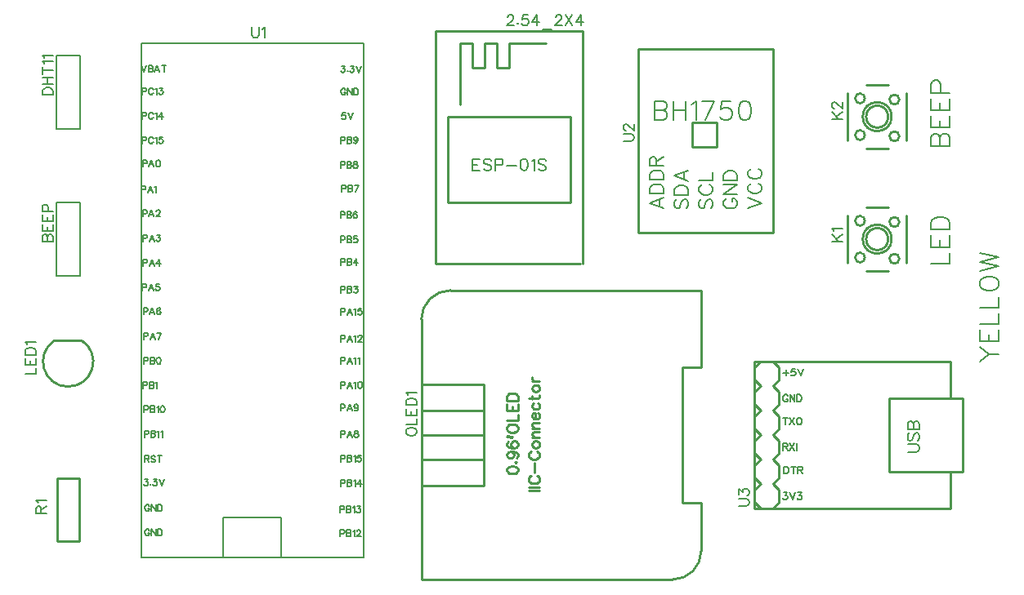
<source format=gto>
G04 Layer: TopSilkscreenLayer*
G04 EasyEDA v6.5.9, 2022-08-04 21:53:36*
G04 243b00ffacdd401494d35e99a464f0bf,3bbe445d3a7142a2ab69e160ea9428b9,10*
G04 Gerber Generator version 0.2*
G04 Scale: 100 percent, Rotated: No, Reflected: No *
G04 Dimensions in millimeters *
G04 leading zeros omitted , absolute positions ,4 integer and 5 decimal *
%FSLAX45Y45*%
%MOMM*%

%ADD10C,0.2032*%
%ADD11C,0.1524*%
%ADD12C,0.2500*%
%ADD13C,0.2000*%
%ADD14C,0.2540*%
%ADD15C,0.0159*%

%LPD*%
D10*
X9955022Y-1574800D02*
G01*
X10148824Y-1574800D01*
X9955022Y-1574800D02*
G01*
X9955022Y-1491742D01*
X9964165Y-1464055D01*
X9973309Y-1454657D01*
X9991852Y-1445513D01*
X10010393Y-1445513D01*
X10028936Y-1454657D01*
X10038079Y-1464055D01*
X10047224Y-1491742D01*
X10047224Y-1574800D02*
G01*
X10047224Y-1491742D01*
X10056622Y-1464055D01*
X10065765Y-1454657D01*
X10084308Y-1445513D01*
X10111993Y-1445513D01*
X10130536Y-1454657D01*
X10139679Y-1464055D01*
X10148824Y-1491742D01*
X10148824Y-1574800D01*
X9955022Y-1384554D02*
G01*
X10148824Y-1384554D01*
X9955022Y-1384554D02*
G01*
X9955022Y-1264412D01*
X10047224Y-1384554D02*
G01*
X10047224Y-1310639D01*
X10148824Y-1384554D02*
G01*
X10148824Y-1264412D01*
X9955022Y-1203452D02*
G01*
X10148824Y-1203452D01*
X9955022Y-1203452D02*
G01*
X9955022Y-1083310D01*
X10047224Y-1203452D02*
G01*
X10047224Y-1129537D01*
X10148824Y-1203452D02*
G01*
X10148824Y-1083310D01*
X9955022Y-1022350D02*
G01*
X10148824Y-1022350D01*
X9955022Y-1022350D02*
G01*
X9955022Y-939292D01*
X9964165Y-911605D01*
X9973309Y-902462D01*
X9991852Y-893063D01*
X10019538Y-893063D01*
X10038079Y-902462D01*
X10047224Y-911605D01*
X10056622Y-939292D01*
X10056622Y-1022350D01*
X9955022Y-2794000D02*
G01*
X10148824Y-2794000D01*
X10148824Y-2794000D02*
G01*
X10148824Y-2683255D01*
X9955022Y-2622295D02*
G01*
X10148824Y-2622295D01*
X9955022Y-2622295D02*
G01*
X9955022Y-2502154D01*
X10047224Y-2622295D02*
G01*
X10047224Y-2548381D01*
X10148824Y-2622295D02*
G01*
X10148824Y-2502154D01*
X9955022Y-2441194D02*
G01*
X10148824Y-2441194D01*
X9955022Y-2441194D02*
G01*
X9955022Y-2376423D01*
X9964165Y-2348737D01*
X9982708Y-2330450D01*
X10001250Y-2321052D01*
X10028936Y-2311907D01*
X10074909Y-2311907D01*
X10102850Y-2321052D01*
X10121138Y-2330450D01*
X10139679Y-2348737D01*
X10148824Y-2376423D01*
X10148824Y-2441194D01*
X10463022Y-3810000D02*
G01*
X10555224Y-3736086D01*
X10656824Y-3736086D01*
X10463022Y-3662171D02*
G01*
X10555224Y-3736086D01*
X10463022Y-3601212D02*
G01*
X10656824Y-3601212D01*
X10463022Y-3601212D02*
G01*
X10463022Y-3481070D01*
X10555224Y-3601212D02*
G01*
X10555224Y-3527297D01*
X10656824Y-3601212D02*
G01*
X10656824Y-3481070D01*
X10463022Y-3420110D02*
G01*
X10656824Y-3420110D01*
X10656824Y-3420110D02*
G01*
X10656824Y-3309365D01*
X10463022Y-3248405D02*
G01*
X10656824Y-3248405D01*
X10656824Y-3248405D02*
G01*
X10656824Y-3137662D01*
X10463022Y-3021329D02*
G01*
X10472165Y-3039618D01*
X10490708Y-3058160D01*
X10509250Y-3067304D01*
X10536936Y-3076702D01*
X10582909Y-3076702D01*
X10610850Y-3067304D01*
X10629138Y-3058160D01*
X10647679Y-3039618D01*
X10656824Y-3021329D01*
X10656824Y-2984245D01*
X10647679Y-2965704D01*
X10629138Y-2947415D01*
X10610850Y-2938018D01*
X10582909Y-2928873D01*
X10536936Y-2928873D01*
X10509250Y-2938018D01*
X10490708Y-2947415D01*
X10472165Y-2965704D01*
X10463022Y-2984245D01*
X10463022Y-3021329D01*
X10463022Y-2867913D02*
G01*
X10656824Y-2821686D01*
X10463022Y-2775457D02*
G01*
X10656824Y-2821686D01*
X10463022Y-2775457D02*
G01*
X10656824Y-2729229D01*
X10463022Y-2683255D02*
G01*
X10656824Y-2729229D01*
D11*
X5567679Y-240792D02*
G01*
X5567679Y-235712D01*
X5573013Y-225297D01*
X5578093Y-219963D01*
X5588508Y-214884D01*
X5609336Y-214884D01*
X5619750Y-219963D01*
X5624829Y-225297D01*
X5630163Y-235712D01*
X5630163Y-246126D01*
X5624829Y-256539D01*
X5614670Y-272034D01*
X5562600Y-323850D01*
X5635243Y-323850D01*
X5674868Y-297942D02*
G01*
X5669534Y-303276D01*
X5674868Y-308355D01*
X5679947Y-303276D01*
X5674868Y-297942D01*
X5776722Y-214884D02*
G01*
X5724652Y-214884D01*
X5719572Y-261620D01*
X5724652Y-256539D01*
X5740400Y-251205D01*
X5755893Y-251205D01*
X5771388Y-256539D01*
X5781802Y-266700D01*
X5787136Y-282447D01*
X5787136Y-292862D01*
X5781802Y-308355D01*
X5771388Y-318770D01*
X5755893Y-323850D01*
X5740400Y-323850D01*
X5724652Y-318770D01*
X5719572Y-313689D01*
X5714238Y-303276D01*
X5873241Y-214884D02*
G01*
X5821425Y-287528D01*
X5899150Y-287528D01*
X5873241Y-214884D02*
G01*
X5873241Y-323850D01*
X5933440Y-360426D02*
G01*
X6027165Y-360426D01*
X6066536Y-240792D02*
G01*
X6066536Y-235712D01*
X6071870Y-225297D01*
X6076950Y-219963D01*
X6087363Y-214884D01*
X6108191Y-214884D01*
X6118606Y-219963D01*
X6123686Y-225297D01*
X6129020Y-235712D01*
X6129020Y-246126D01*
X6123686Y-256539D01*
X6113272Y-272034D01*
X6061456Y-323850D01*
X6134100Y-323850D01*
X6168390Y-214884D02*
G01*
X6241034Y-323850D01*
X6241034Y-214884D02*
G01*
X6168390Y-323850D01*
X6327393Y-214884D02*
G01*
X6275324Y-287528D01*
X6353302Y-287528D01*
X6327393Y-214884D02*
G01*
X6327393Y-323850D01*
D10*
X5207000Y-1708657D02*
G01*
X5207000Y-1830070D01*
X5207000Y-1708657D02*
G01*
X5281929Y-1708657D01*
X5207000Y-1766570D02*
G01*
X5253227Y-1766570D01*
X5207000Y-1830070D02*
G01*
X5281929Y-1830070D01*
X5401056Y-1725929D02*
G01*
X5389372Y-1714500D01*
X5372100Y-1708657D01*
X5348986Y-1708657D01*
X5331713Y-1714500D01*
X5320029Y-1725929D01*
X5320029Y-1737613D01*
X5325872Y-1749044D01*
X5331713Y-1754886D01*
X5343143Y-1760728D01*
X5377941Y-1772157D01*
X5389372Y-1778000D01*
X5395213Y-1783842D01*
X5401056Y-1795271D01*
X5401056Y-1812544D01*
X5389372Y-1824228D01*
X5372100Y-1830070D01*
X5348986Y-1830070D01*
X5331713Y-1824228D01*
X5320029Y-1812544D01*
X5439156Y-1708657D02*
G01*
X5439156Y-1830070D01*
X5439156Y-1708657D02*
G01*
X5490972Y-1708657D01*
X5508243Y-1714500D01*
X5514086Y-1720342D01*
X5519927Y-1731771D01*
X5519927Y-1749044D01*
X5514086Y-1760728D01*
X5508243Y-1766570D01*
X5490972Y-1772157D01*
X5439156Y-1772157D01*
X5558027Y-1778000D02*
G01*
X5661913Y-1778000D01*
X5734558Y-1708657D02*
G01*
X5717286Y-1714500D01*
X5705856Y-1731771D01*
X5700013Y-1760728D01*
X5700013Y-1778000D01*
X5705856Y-1806955D01*
X5717286Y-1824228D01*
X5734558Y-1830070D01*
X5746241Y-1830070D01*
X5763513Y-1824228D01*
X5774943Y-1806955D01*
X5780786Y-1778000D01*
X5780786Y-1760728D01*
X5774943Y-1731771D01*
X5763513Y-1714500D01*
X5746241Y-1708657D01*
X5734558Y-1708657D01*
X5818886Y-1731771D02*
G01*
X5830570Y-1725929D01*
X5847841Y-1708657D01*
X5847841Y-1830070D01*
X5966713Y-1725929D02*
G01*
X5955029Y-1714500D01*
X5937758Y-1708657D01*
X5914643Y-1708657D01*
X5897372Y-1714500D01*
X5885941Y-1725929D01*
X5885941Y-1737613D01*
X5891529Y-1749044D01*
X5897372Y-1754886D01*
X5909056Y-1760728D01*
X5943600Y-1772157D01*
X5955029Y-1778000D01*
X5960872Y-1783842D01*
X5966713Y-1795271D01*
X5966713Y-1812544D01*
X5955029Y-1824228D01*
X5937758Y-1830070D01*
X5914643Y-1830070D01*
X5897372Y-1824228D01*
X5885941Y-1812544D01*
D11*
X749561Y-2565400D02*
G01*
X858527Y-2565400D01*
X749561Y-2565400D02*
G01*
X749561Y-2518663D01*
X754641Y-2503170D01*
X759975Y-2497836D01*
X770389Y-2492755D01*
X780803Y-2492755D01*
X791217Y-2497836D01*
X796297Y-2503170D01*
X801377Y-2518663D01*
X801377Y-2565400D02*
G01*
X801377Y-2518663D01*
X806711Y-2503170D01*
X811791Y-2497836D01*
X822205Y-2492755D01*
X837953Y-2492755D01*
X848367Y-2497836D01*
X853447Y-2503170D01*
X858527Y-2518663D01*
X858527Y-2565400D01*
X749561Y-2458465D02*
G01*
X858527Y-2458465D01*
X749561Y-2458465D02*
G01*
X749561Y-2390902D01*
X801377Y-2458465D02*
G01*
X801377Y-2416810D01*
X858527Y-2458465D02*
G01*
X858527Y-2390902D01*
X749561Y-2356612D02*
G01*
X858527Y-2356612D01*
X749561Y-2356612D02*
G01*
X749561Y-2289047D01*
X801377Y-2356612D02*
G01*
X801377Y-2314955D01*
X858527Y-2356612D02*
G01*
X858527Y-2289047D01*
X749561Y-2254757D02*
G01*
X858527Y-2254757D01*
X749561Y-2254757D02*
G01*
X749561Y-2208021D01*
X754641Y-2192273D01*
X759975Y-2187194D01*
X770389Y-2181860D01*
X785883Y-2181860D01*
X796297Y-2187194D01*
X801377Y-2192273D01*
X806711Y-2208021D01*
X806711Y-2254757D01*
X749561Y-1041400D02*
G01*
X858527Y-1041400D01*
X749561Y-1041400D02*
G01*
X749561Y-1005078D01*
X754641Y-989329D01*
X765055Y-979170D01*
X775469Y-973836D01*
X791217Y-968755D01*
X817125Y-968755D01*
X832619Y-973836D01*
X843033Y-979170D01*
X853447Y-989329D01*
X858527Y-1005078D01*
X858527Y-1041400D01*
X749561Y-934465D02*
G01*
X858527Y-934465D01*
X749561Y-861568D02*
G01*
X858527Y-861568D01*
X801377Y-934465D02*
G01*
X801377Y-861568D01*
X749561Y-790955D02*
G01*
X858527Y-790955D01*
X749561Y-827278D02*
G01*
X749561Y-754634D01*
X770389Y-720344D02*
G01*
X765055Y-709929D01*
X749561Y-694436D01*
X858527Y-694436D01*
X770389Y-660145D02*
G01*
X765055Y-649731D01*
X749561Y-633984D01*
X858527Y-633984D01*
X570484Y-3937000D02*
G01*
X679450Y-3937000D01*
X679450Y-3937000D02*
G01*
X679450Y-3874770D01*
X570484Y-3840479D02*
G01*
X679450Y-3840479D01*
X570484Y-3840479D02*
G01*
X570484Y-3772915D01*
X622300Y-3840479D02*
G01*
X622300Y-3798823D01*
X679450Y-3840479D02*
G01*
X679450Y-3772915D01*
X570484Y-3738626D02*
G01*
X679450Y-3738626D01*
X570484Y-3738626D02*
G01*
X570484Y-3702050D01*
X575563Y-3686555D01*
X585978Y-3676142D01*
X596392Y-3671062D01*
X612139Y-3665728D01*
X638047Y-3665728D01*
X653542Y-3671062D01*
X663955Y-3676142D01*
X674370Y-3686555D01*
X679450Y-3702050D01*
X679450Y-3738626D01*
X591312Y-3631437D02*
G01*
X585978Y-3621023D01*
X570484Y-3605529D01*
X679450Y-3605529D01*
X4516526Y-4547971D02*
G01*
X4521606Y-4558385D01*
X4532020Y-4568799D01*
X4542434Y-4574133D01*
X4558182Y-4579213D01*
X4584090Y-4579213D01*
X4599584Y-4574133D01*
X4609998Y-4568799D01*
X4620412Y-4558385D01*
X4625492Y-4547971D01*
X4625492Y-4527143D01*
X4620412Y-4516983D01*
X4609998Y-4506569D01*
X4599584Y-4501235D01*
X4584090Y-4496155D01*
X4558182Y-4496155D01*
X4542434Y-4501235D01*
X4532020Y-4506569D01*
X4521606Y-4516983D01*
X4516526Y-4527143D01*
X4516526Y-4547971D01*
X4516526Y-4461865D02*
G01*
X4625492Y-4461865D01*
X4625492Y-4461865D02*
G01*
X4625492Y-4399381D01*
X4516526Y-4365091D02*
G01*
X4625492Y-4365091D01*
X4516526Y-4365091D02*
G01*
X4516526Y-4297527D01*
X4568342Y-4365091D02*
G01*
X4568342Y-4323689D01*
X4625492Y-4365091D02*
G01*
X4625492Y-4297527D01*
X4516526Y-4263237D02*
G01*
X4625492Y-4263237D01*
X4516526Y-4263237D02*
G01*
X4516526Y-4226915D01*
X4521606Y-4211421D01*
X4532020Y-4201007D01*
X4542434Y-4195673D01*
X4558182Y-4190593D01*
X4584090Y-4190593D01*
X4599584Y-4195673D01*
X4609998Y-4201007D01*
X4620412Y-4211421D01*
X4625492Y-4226915D01*
X4625492Y-4263237D01*
X4537354Y-4156303D02*
G01*
X4532020Y-4145889D01*
X4516526Y-4130395D01*
X4625492Y-4130395D01*
D12*
X5785218Y-5147561D02*
G01*
X5899769Y-5147561D01*
X5785218Y-5111493D02*
G01*
X5899769Y-5111493D01*
X5812647Y-4993639D02*
G01*
X5801733Y-4999230D01*
X5790808Y-5010147D01*
X5785218Y-5021071D01*
X5785218Y-5042918D01*
X5790808Y-5053835D01*
X5801733Y-5064757D01*
X5812647Y-5070094D01*
X5828908Y-5075684D01*
X5856079Y-5075684D01*
X5872599Y-5070094D01*
X5883518Y-5064757D01*
X5894438Y-5053835D01*
X5899769Y-5042918D01*
X5899769Y-5021071D01*
X5894438Y-5010147D01*
X5883518Y-4999230D01*
X5872599Y-4993639D01*
X5850747Y-4957823D02*
G01*
X5850747Y-4859530D01*
X5812647Y-4741671D02*
G01*
X5801733Y-4747257D01*
X5790808Y-4758184D01*
X5785218Y-4769101D01*
X5785218Y-4790945D01*
X5790808Y-4801875D01*
X5801733Y-4812789D01*
X5812647Y-4818123D01*
X5828908Y-4823711D01*
X5856079Y-4823711D01*
X5872599Y-4818123D01*
X5883518Y-4812789D01*
X5894438Y-4801875D01*
X5899769Y-4790945D01*
X5899769Y-4769101D01*
X5894438Y-4758184D01*
X5883518Y-4747257D01*
X5872599Y-4741671D01*
X5823569Y-4678423D02*
G01*
X5828908Y-4689345D01*
X5839833Y-4700275D01*
X5856079Y-4705857D01*
X5867008Y-4705857D01*
X5883518Y-4700275D01*
X5894438Y-4689345D01*
X5899769Y-4678423D01*
X5899769Y-4662175D01*
X5894438Y-4651245D01*
X5883518Y-4640323D01*
X5867008Y-4634989D01*
X5856079Y-4634989D01*
X5839833Y-4640323D01*
X5828908Y-4651245D01*
X5823569Y-4662175D01*
X5823569Y-4678423D01*
X5823569Y-4598926D02*
G01*
X5899769Y-4598926D01*
X5845418Y-4598926D02*
G01*
X5828908Y-4582411D01*
X5823569Y-4571489D01*
X5823569Y-4555236D01*
X5828908Y-4544311D01*
X5845418Y-4538979D01*
X5899769Y-4538979D01*
X5823569Y-4502917D02*
G01*
X5899769Y-4502917D01*
X5845418Y-4502917D02*
G01*
X5828908Y-4486653D01*
X5823569Y-4475731D01*
X5823569Y-4459226D01*
X5828908Y-4448299D01*
X5845418Y-4442965D01*
X5899769Y-4442965D01*
X5856079Y-4406897D02*
G01*
X5856079Y-4341365D01*
X5845418Y-4341365D01*
X5834499Y-4346953D01*
X5828908Y-4352289D01*
X5823569Y-4363217D01*
X5823569Y-4379721D01*
X5828908Y-4390644D01*
X5839833Y-4401568D01*
X5856079Y-4406897D01*
X5867008Y-4406897D01*
X5883518Y-4401568D01*
X5894438Y-4390644D01*
X5899769Y-4379721D01*
X5899769Y-4363217D01*
X5894438Y-4352289D01*
X5883518Y-4341365D01*
X5839833Y-4240021D02*
G01*
X5828908Y-4250944D01*
X5823569Y-4261868D01*
X5823569Y-4278121D01*
X5828908Y-4289044D01*
X5839833Y-4299968D01*
X5856079Y-4305551D01*
X5867008Y-4305551D01*
X5883518Y-4299968D01*
X5894438Y-4289044D01*
X5899769Y-4278121D01*
X5899769Y-4261868D01*
X5894438Y-4250944D01*
X5883518Y-4240021D01*
X5785218Y-4187695D02*
G01*
X5877933Y-4187695D01*
X5894438Y-4182107D01*
X5899769Y-4171185D01*
X5899769Y-4160268D01*
X5823569Y-4203951D02*
G01*
X5823569Y-4165851D01*
X5823569Y-4097025D02*
G01*
X5828908Y-4107939D01*
X5839833Y-4118861D01*
X5856079Y-4124449D01*
X5867008Y-4124449D01*
X5883518Y-4118861D01*
X5894438Y-4107939D01*
X5899769Y-4097025D01*
X5899769Y-4080761D01*
X5894438Y-4069839D01*
X5883518Y-4058925D01*
X5867008Y-4053586D01*
X5856079Y-4053586D01*
X5839833Y-4058925D01*
X5828908Y-4069839D01*
X5823569Y-4080761D01*
X5823569Y-4097025D01*
X5823569Y-4017515D02*
G01*
X5899769Y-4017515D01*
X5856079Y-4017515D02*
G01*
X5839833Y-4011929D01*
X5828908Y-4001007D01*
X5823569Y-3990086D01*
X5823569Y-3973829D01*
X5560684Y-4939281D02*
G01*
X5566018Y-4955539D01*
X5582269Y-4966467D01*
X5609709Y-4972047D01*
X5625960Y-4972047D01*
X5653389Y-4966467D01*
X5669650Y-4955539D01*
X5674984Y-4939281D01*
X5674984Y-4928367D01*
X5669650Y-4911849D01*
X5653389Y-4900929D01*
X5625960Y-4895593D01*
X5609709Y-4895593D01*
X5582269Y-4900929D01*
X5566018Y-4911849D01*
X5560684Y-4928367D01*
X5560684Y-4939281D01*
X5647809Y-4854194D02*
G01*
X5653389Y-4859530D01*
X5658726Y-4854194D01*
X5653389Y-4848603D01*
X5647809Y-4854194D01*
X5598784Y-4741671D02*
G01*
X5615038Y-4747257D01*
X5625960Y-4758184D01*
X5631550Y-4774435D01*
X5631550Y-4780023D01*
X5625960Y-4796284D01*
X5615038Y-4807201D01*
X5598784Y-4812789D01*
X5593199Y-4812789D01*
X5576938Y-4807201D01*
X5566018Y-4796284D01*
X5560684Y-4780023D01*
X5560684Y-4774435D01*
X5566018Y-4758184D01*
X5576938Y-4747257D01*
X5598784Y-4741671D01*
X5625960Y-4741671D01*
X5653389Y-4747257D01*
X5669650Y-4758184D01*
X5674984Y-4774435D01*
X5674984Y-4785357D01*
X5669650Y-4801875D01*
X5658726Y-4807201D01*
X5576938Y-4640323D02*
G01*
X5566018Y-4645657D01*
X5560684Y-4662175D01*
X5560684Y-4673089D01*
X5566018Y-4689345D01*
X5582269Y-4700275D01*
X5609709Y-4705857D01*
X5636884Y-4705857D01*
X5658726Y-4700275D01*
X5669650Y-4689345D01*
X5674984Y-4673089D01*
X5674984Y-4667501D01*
X5669650Y-4651245D01*
X5658726Y-4640323D01*
X5642475Y-4634735D01*
X5636884Y-4634735D01*
X5620626Y-4640323D01*
X5609709Y-4651245D01*
X5604118Y-4667501D01*
X5604118Y-4673089D01*
X5609709Y-4689345D01*
X5620626Y-4700275D01*
X5636884Y-4705857D01*
X5571347Y-4587999D02*
G01*
X5566018Y-4593336D01*
X5560684Y-4587999D01*
X5566018Y-4582411D01*
X5576938Y-4582411D01*
X5587860Y-4587999D01*
X5593199Y-4593336D01*
X5587860Y-4587999D02*
G01*
X5598784Y-4598926D01*
X5609709Y-4598926D01*
X5615038Y-4593336D01*
X5609709Y-4587999D01*
X5604118Y-4593336D01*
X5609709Y-4598926D01*
X5560684Y-4513831D02*
G01*
X5566018Y-4524753D01*
X5576938Y-4535680D01*
X5587860Y-4541017D01*
X5604118Y-4546597D01*
X5631550Y-4546597D01*
X5647809Y-4541017D01*
X5658726Y-4535680D01*
X5669650Y-4524753D01*
X5674984Y-4513831D01*
X5674984Y-4491989D01*
X5669650Y-4481065D01*
X5658726Y-4470143D01*
X5647809Y-4464557D01*
X5631550Y-4459226D01*
X5604118Y-4459226D01*
X5587860Y-4464557D01*
X5576938Y-4470143D01*
X5566018Y-4481065D01*
X5560684Y-4491989D01*
X5560684Y-4513831D01*
X5560684Y-4423153D02*
G01*
X5674984Y-4423153D01*
X5674984Y-4423153D02*
G01*
X5674984Y-4357880D01*
X5560684Y-4321807D02*
G01*
X5674984Y-4321807D01*
X5560684Y-4321807D02*
G01*
X5560684Y-4250944D01*
X5615038Y-4321807D02*
G01*
X5615038Y-4278121D01*
X5674984Y-4321807D02*
G01*
X5674984Y-4250944D01*
X5560684Y-4214873D02*
G01*
X5674984Y-4214873D01*
X5560684Y-4214873D02*
G01*
X5560684Y-4176773D01*
X5566018Y-4160268D01*
X5576938Y-4149344D01*
X5587860Y-4144007D01*
X5604118Y-4138421D01*
X5631550Y-4138421D01*
X5647809Y-4144007D01*
X5658726Y-4149344D01*
X5669650Y-4160268D01*
X5674984Y-4176773D01*
X5674984Y-4214873D01*
D11*
X684789Y-5384800D02*
G01*
X793755Y-5384800D01*
X684789Y-5384800D02*
G01*
X684789Y-5338063D01*
X689869Y-5322570D01*
X695203Y-5317236D01*
X705617Y-5312155D01*
X716031Y-5312155D01*
X726445Y-5317236D01*
X731525Y-5322570D01*
X736605Y-5338063D01*
X736605Y-5384800D01*
X736605Y-5348478D02*
G01*
X793755Y-5312155D01*
X705617Y-5277865D02*
G01*
X700283Y-5267452D01*
X684789Y-5251704D01*
X793755Y-5251704D01*
X2921000Y-341884D02*
G01*
X2921000Y-419862D01*
X2926079Y-435355D01*
X2936493Y-445770D01*
X2952241Y-450850D01*
X2962656Y-450850D01*
X2978150Y-445770D01*
X2988563Y-435355D01*
X2993643Y-419862D01*
X2993643Y-341884D01*
X3027934Y-362712D02*
G01*
X3038347Y-357378D01*
X3054095Y-341884D01*
X3054095Y-450850D01*
D13*
X1776587Y-739731D02*
G01*
X1801987Y-806533D01*
X1827387Y-739731D02*
G01*
X1801987Y-806533D01*
X1848469Y-739731D02*
G01*
X1848469Y-806533D01*
X1848469Y-739731D02*
G01*
X1877171Y-739731D01*
X1886569Y-742779D01*
X1889871Y-746081D01*
X1892919Y-752431D01*
X1892919Y-758781D01*
X1889871Y-765131D01*
X1886569Y-768179D01*
X1877171Y-771481D01*
X1848469Y-771481D02*
G01*
X1877171Y-771481D01*
X1886569Y-774529D01*
X1889871Y-777831D01*
X1892919Y-784181D01*
X1892919Y-793833D01*
X1889871Y-800183D01*
X1886569Y-803231D01*
X1877171Y-806533D01*
X1848469Y-806533D01*
X1939401Y-739731D02*
G01*
X1914001Y-806533D01*
X1939401Y-739731D02*
G01*
X1965055Y-806533D01*
X1923653Y-784181D02*
G01*
X1955403Y-784181D01*
X2008235Y-739731D02*
G01*
X2008235Y-806533D01*
X1985883Y-739731D02*
G01*
X2030587Y-739731D01*
X1785015Y-970739D02*
G01*
X1785015Y-1037541D01*
X1785015Y-970739D02*
G01*
X1813717Y-970739D01*
X1823115Y-974041D01*
X1826417Y-977089D01*
X1829465Y-983439D01*
X1829465Y-993091D01*
X1826417Y-999441D01*
X1823115Y-1002489D01*
X1813717Y-1005791D01*
X1785015Y-1005791D01*
X1898299Y-986741D02*
G01*
X1894997Y-980391D01*
X1888647Y-974041D01*
X1882297Y-970739D01*
X1869597Y-970739D01*
X1863247Y-974041D01*
X1856897Y-980391D01*
X1853595Y-986741D01*
X1850547Y-996139D01*
X1850547Y-1012141D01*
X1853595Y-1021793D01*
X1856897Y-1028143D01*
X1863247Y-1034493D01*
X1869597Y-1037541D01*
X1882297Y-1037541D01*
X1888647Y-1034493D01*
X1894997Y-1028143D01*
X1898299Y-1021793D01*
X1919381Y-983439D02*
G01*
X1925731Y-980391D01*
X1935129Y-970739D01*
X1935129Y-1037541D01*
X1962561Y-970739D02*
G01*
X1997613Y-970739D01*
X1978563Y-996139D01*
X1987961Y-996139D01*
X1994311Y-999441D01*
X1997613Y-1002489D01*
X2000661Y-1012141D01*
X2000661Y-1018491D01*
X1997613Y-1028143D01*
X1991263Y-1034493D01*
X1981611Y-1037541D01*
X1972213Y-1037541D01*
X1962561Y-1034493D01*
X1959259Y-1031191D01*
X1956211Y-1024841D01*
X1785015Y-1224739D02*
G01*
X1785015Y-1291541D01*
X1785015Y-1224739D02*
G01*
X1813717Y-1224739D01*
X1823115Y-1228041D01*
X1826417Y-1231089D01*
X1829465Y-1237439D01*
X1829465Y-1247091D01*
X1826417Y-1253441D01*
X1823115Y-1256489D01*
X1813717Y-1259791D01*
X1785015Y-1259791D01*
X1898299Y-1240741D02*
G01*
X1894997Y-1234391D01*
X1888647Y-1228041D01*
X1882297Y-1224739D01*
X1869597Y-1224739D01*
X1863247Y-1228041D01*
X1856897Y-1234391D01*
X1853595Y-1240741D01*
X1850547Y-1250139D01*
X1850547Y-1266141D01*
X1853595Y-1275793D01*
X1856897Y-1282143D01*
X1863247Y-1288493D01*
X1869597Y-1291541D01*
X1882297Y-1291541D01*
X1888647Y-1288493D01*
X1894997Y-1282143D01*
X1898299Y-1275793D01*
X1919381Y-1237439D02*
G01*
X1925731Y-1234391D01*
X1935129Y-1224739D01*
X1935129Y-1291541D01*
X1987961Y-1224739D02*
G01*
X1956211Y-1269189D01*
X2003963Y-1269189D01*
X1987961Y-1224739D02*
G01*
X1987961Y-1291541D01*
X1785015Y-1478739D02*
G01*
X1785015Y-1545541D01*
X1785015Y-1478739D02*
G01*
X1813717Y-1478739D01*
X1823115Y-1482041D01*
X1826417Y-1485089D01*
X1829465Y-1491439D01*
X1829465Y-1501091D01*
X1826417Y-1507441D01*
X1823115Y-1510489D01*
X1813717Y-1513791D01*
X1785015Y-1513791D01*
X1898299Y-1494741D02*
G01*
X1894997Y-1488391D01*
X1888647Y-1482041D01*
X1882297Y-1478739D01*
X1869597Y-1478739D01*
X1863247Y-1482041D01*
X1856897Y-1488391D01*
X1853595Y-1494741D01*
X1850547Y-1504139D01*
X1850547Y-1520141D01*
X1853595Y-1529793D01*
X1856897Y-1536143D01*
X1863247Y-1542493D01*
X1869597Y-1545541D01*
X1882297Y-1545541D01*
X1888647Y-1542493D01*
X1894997Y-1536143D01*
X1898299Y-1529793D01*
X1919381Y-1491439D02*
G01*
X1925731Y-1488391D01*
X1935129Y-1478739D01*
X1935129Y-1545541D01*
X1994311Y-1478739D02*
G01*
X1962561Y-1478739D01*
X1959259Y-1507441D01*
X1962561Y-1504139D01*
X1972213Y-1501091D01*
X1981611Y-1501091D01*
X1991263Y-1504139D01*
X1997613Y-1510489D01*
X2000661Y-1520141D01*
X2000661Y-1526491D01*
X1997613Y-1536143D01*
X1991263Y-1542493D01*
X1981611Y-1545541D01*
X1972213Y-1545541D01*
X1962561Y-1542493D01*
X1959259Y-1539191D01*
X1956211Y-1532841D01*
X1789308Y-1720623D02*
G01*
X1789308Y-1787425D01*
X1789308Y-1720623D02*
G01*
X1818010Y-1720623D01*
X1827408Y-1723925D01*
X1830710Y-1726973D01*
X1833758Y-1733323D01*
X1833758Y-1742975D01*
X1830710Y-1749325D01*
X1827408Y-1752373D01*
X1818010Y-1755675D01*
X1789308Y-1755675D01*
X1880240Y-1720623D02*
G01*
X1854840Y-1787425D01*
X1880240Y-1720623D02*
G01*
X1905640Y-1787425D01*
X1864492Y-1765073D02*
G01*
X1896242Y-1765073D01*
X1945772Y-1720623D02*
G01*
X1936374Y-1723925D01*
X1930024Y-1733323D01*
X1926722Y-1749325D01*
X1926722Y-1758723D01*
X1930024Y-1774725D01*
X1936374Y-1784377D01*
X1945772Y-1787425D01*
X1952122Y-1787425D01*
X1961774Y-1784377D01*
X1968124Y-1774725D01*
X1971172Y-1758723D01*
X1971172Y-1749325D01*
X1968124Y-1733323D01*
X1961774Y-1723925D01*
X1952122Y-1720623D01*
X1945772Y-1720623D01*
X1776608Y-1989863D02*
G01*
X1776608Y-2056665D01*
X1776608Y-1989863D02*
G01*
X1805310Y-1989863D01*
X1814708Y-1993165D01*
X1818010Y-1996213D01*
X1821058Y-2002563D01*
X1821058Y-2012215D01*
X1818010Y-2018565D01*
X1814708Y-2021613D01*
X1805310Y-2024915D01*
X1776608Y-2024915D01*
X1867540Y-1989863D02*
G01*
X1842140Y-2056665D01*
X1867540Y-1989863D02*
G01*
X1892940Y-2056665D01*
X1851792Y-2034313D02*
G01*
X1883542Y-2034313D01*
X1914022Y-2002563D02*
G01*
X1920372Y-1999515D01*
X1930024Y-1989863D01*
X1930024Y-2056665D01*
X1789308Y-2238783D02*
G01*
X1789308Y-2305585D01*
X1789308Y-2238783D02*
G01*
X1818010Y-2238783D01*
X1827408Y-2242085D01*
X1830710Y-2245133D01*
X1833758Y-2251483D01*
X1833758Y-2261135D01*
X1830710Y-2267485D01*
X1827408Y-2270533D01*
X1818010Y-2273835D01*
X1789308Y-2273835D01*
X1880240Y-2238783D02*
G01*
X1854840Y-2305585D01*
X1880240Y-2238783D02*
G01*
X1905640Y-2305585D01*
X1864492Y-2283233D02*
G01*
X1896242Y-2283233D01*
X1930024Y-2254785D02*
G01*
X1930024Y-2251483D01*
X1933072Y-2245133D01*
X1936374Y-2242085D01*
X1942724Y-2238783D01*
X1955424Y-2238783D01*
X1961774Y-2242085D01*
X1964822Y-2245133D01*
X1968124Y-2251483D01*
X1968124Y-2257833D01*
X1964822Y-2264183D01*
X1958472Y-2273835D01*
X1926722Y-2305585D01*
X1971172Y-2305585D01*
X1791848Y-2495323D02*
G01*
X1791848Y-2562125D01*
X1791848Y-2495323D02*
G01*
X1820550Y-2495323D01*
X1829948Y-2498625D01*
X1833250Y-2501673D01*
X1836298Y-2508023D01*
X1836298Y-2517675D01*
X1833250Y-2524025D01*
X1829948Y-2527073D01*
X1820550Y-2530375D01*
X1791848Y-2530375D01*
X1882780Y-2495323D02*
G01*
X1857380Y-2562125D01*
X1882780Y-2495323D02*
G01*
X1908180Y-2562125D01*
X1867032Y-2539773D02*
G01*
X1898782Y-2539773D01*
X1935612Y-2495323D02*
G01*
X1970664Y-2495323D01*
X1951614Y-2520723D01*
X1961012Y-2520723D01*
X1967362Y-2524025D01*
X1970664Y-2527073D01*
X1973712Y-2536725D01*
X1973712Y-2543075D01*
X1970664Y-2552727D01*
X1964314Y-2559077D01*
X1954662Y-2562125D01*
X1945264Y-2562125D01*
X1935612Y-2559077D01*
X1932564Y-2555775D01*
X1929262Y-2549425D01*
X1791848Y-2751863D02*
G01*
X1791848Y-2818665D01*
X1791848Y-2751863D02*
G01*
X1820550Y-2751863D01*
X1829948Y-2755165D01*
X1833250Y-2758213D01*
X1836298Y-2764563D01*
X1836298Y-2774215D01*
X1833250Y-2780565D01*
X1829948Y-2783613D01*
X1820550Y-2786915D01*
X1791848Y-2786915D01*
X1882780Y-2751863D02*
G01*
X1857380Y-2818665D01*
X1882780Y-2751863D02*
G01*
X1908180Y-2818665D01*
X1867032Y-2796313D02*
G01*
X1898782Y-2796313D01*
X1961012Y-2751863D02*
G01*
X1929262Y-2796313D01*
X1977014Y-2796313D01*
X1961012Y-2751863D02*
G01*
X1961012Y-2818665D01*
X1784228Y-3005863D02*
G01*
X1784228Y-3072665D01*
X1784228Y-3005863D02*
G01*
X1812930Y-3005863D01*
X1822328Y-3009165D01*
X1825630Y-3012213D01*
X1828678Y-3018563D01*
X1828678Y-3028215D01*
X1825630Y-3034565D01*
X1822328Y-3037613D01*
X1812930Y-3040915D01*
X1784228Y-3040915D01*
X1875160Y-3005863D02*
G01*
X1849760Y-3072665D01*
X1875160Y-3005863D02*
G01*
X1900560Y-3072665D01*
X1859412Y-3050313D02*
G01*
X1891162Y-3050313D01*
X1959742Y-3005863D02*
G01*
X1927992Y-3005863D01*
X1924944Y-3034565D01*
X1927992Y-3031263D01*
X1937644Y-3028215D01*
X1947042Y-3028215D01*
X1956694Y-3031263D01*
X1963044Y-3037613D01*
X1966092Y-3047265D01*
X1966092Y-3053615D01*
X1963044Y-3063267D01*
X1956694Y-3069617D01*
X1947042Y-3072665D01*
X1937644Y-3072665D01*
X1927992Y-3069617D01*
X1924944Y-3066315D01*
X1921642Y-3059965D01*
X1796928Y-3254783D02*
G01*
X1796928Y-3321585D01*
X1796928Y-3254783D02*
G01*
X1825630Y-3254783D01*
X1835028Y-3258085D01*
X1838330Y-3261133D01*
X1841378Y-3267483D01*
X1841378Y-3277135D01*
X1838330Y-3283485D01*
X1835028Y-3286533D01*
X1825630Y-3289835D01*
X1796928Y-3289835D01*
X1887860Y-3254783D02*
G01*
X1862460Y-3321585D01*
X1887860Y-3254783D02*
G01*
X1913260Y-3321585D01*
X1872112Y-3299233D02*
G01*
X1903862Y-3299233D01*
X1972442Y-3264435D02*
G01*
X1969394Y-3258085D01*
X1959742Y-3254783D01*
X1953392Y-3254783D01*
X1943994Y-3258085D01*
X1937644Y-3267483D01*
X1934342Y-3283485D01*
X1934342Y-3299233D01*
X1937644Y-3312187D01*
X1943994Y-3318537D01*
X1953392Y-3321585D01*
X1956694Y-3321585D01*
X1966092Y-3318537D01*
X1972442Y-3312187D01*
X1975744Y-3302535D01*
X1975744Y-3299233D01*
X1972442Y-3289835D01*
X1966092Y-3283485D01*
X1956694Y-3280183D01*
X1953392Y-3280183D01*
X1943994Y-3283485D01*
X1937644Y-3289835D01*
X1934342Y-3299233D01*
X1799468Y-3511323D02*
G01*
X1799468Y-3578125D01*
X1799468Y-3511323D02*
G01*
X1828170Y-3511323D01*
X1837568Y-3514625D01*
X1840870Y-3517673D01*
X1843918Y-3524023D01*
X1843918Y-3533675D01*
X1840870Y-3540025D01*
X1837568Y-3543073D01*
X1828170Y-3546375D01*
X1799468Y-3546375D01*
X1890400Y-3511323D02*
G01*
X1865000Y-3578125D01*
X1890400Y-3511323D02*
G01*
X1915800Y-3578125D01*
X1874652Y-3555773D02*
G01*
X1906402Y-3555773D01*
X1981332Y-3511323D02*
G01*
X1949582Y-3578125D01*
X1936882Y-3511323D02*
G01*
X1981332Y-3511323D01*
X1799468Y-3767863D02*
G01*
X1799468Y-3834665D01*
X1799468Y-3767863D02*
G01*
X1828170Y-3767863D01*
X1837568Y-3771165D01*
X1840870Y-3774213D01*
X1843918Y-3780563D01*
X1843918Y-3790215D01*
X1840870Y-3796565D01*
X1837568Y-3799613D01*
X1828170Y-3802915D01*
X1799468Y-3802915D01*
X1865000Y-3767863D02*
G01*
X1865000Y-3834665D01*
X1865000Y-3767863D02*
G01*
X1893702Y-3767863D01*
X1903100Y-3771165D01*
X1906402Y-3774213D01*
X1909450Y-3780563D01*
X1909450Y-3786913D01*
X1906402Y-3793263D01*
X1903100Y-3796565D01*
X1893702Y-3799613D01*
X1865000Y-3799613D02*
G01*
X1893702Y-3799613D01*
X1903100Y-3802915D01*
X1906402Y-3805963D01*
X1909450Y-3812313D01*
X1909450Y-3821965D01*
X1906402Y-3828315D01*
X1903100Y-3831617D01*
X1893702Y-3834665D01*
X1865000Y-3834665D01*
X1949582Y-3767863D02*
G01*
X1940184Y-3771165D01*
X1933834Y-3780563D01*
X1930532Y-3796565D01*
X1930532Y-3805963D01*
X1933834Y-3821965D01*
X1940184Y-3831617D01*
X1949582Y-3834665D01*
X1955932Y-3834665D01*
X1965584Y-3831617D01*
X1971934Y-3821965D01*
X1974982Y-3805963D01*
X1974982Y-3796565D01*
X1971934Y-3780563D01*
X1965584Y-3771165D01*
X1955932Y-3767863D01*
X1949582Y-3767863D01*
X1791848Y-4021863D02*
G01*
X1791848Y-4088665D01*
X1791848Y-4021863D02*
G01*
X1820550Y-4021863D01*
X1829948Y-4025165D01*
X1833250Y-4028213D01*
X1836298Y-4034563D01*
X1836298Y-4044215D01*
X1833250Y-4050565D01*
X1829948Y-4053613D01*
X1820550Y-4056915D01*
X1791848Y-4056915D01*
X1857380Y-4021863D02*
G01*
X1857380Y-4088665D01*
X1857380Y-4021863D02*
G01*
X1886082Y-4021863D01*
X1895480Y-4025165D01*
X1898782Y-4028213D01*
X1901830Y-4034563D01*
X1901830Y-4040913D01*
X1898782Y-4047263D01*
X1895480Y-4050565D01*
X1886082Y-4053613D01*
X1857380Y-4053613D02*
G01*
X1886082Y-4053613D01*
X1895480Y-4056915D01*
X1898782Y-4059963D01*
X1901830Y-4066313D01*
X1901830Y-4075965D01*
X1898782Y-4082315D01*
X1895480Y-4085617D01*
X1886082Y-4088665D01*
X1857380Y-4088665D01*
X1922912Y-4034563D02*
G01*
X1929262Y-4031515D01*
X1938914Y-4021863D01*
X1938914Y-4088665D01*
X1804548Y-4270783D02*
G01*
X1804548Y-4337585D01*
X1804548Y-4270783D02*
G01*
X1833250Y-4270783D01*
X1842648Y-4274085D01*
X1845950Y-4277133D01*
X1848998Y-4283483D01*
X1848998Y-4293135D01*
X1845950Y-4299485D01*
X1842648Y-4302533D01*
X1833250Y-4305835D01*
X1804548Y-4305835D01*
X1870080Y-4270783D02*
G01*
X1870080Y-4337585D01*
X1870080Y-4270783D02*
G01*
X1898782Y-4270783D01*
X1908180Y-4274085D01*
X1911482Y-4277133D01*
X1914530Y-4283483D01*
X1914530Y-4289833D01*
X1911482Y-4296183D01*
X1908180Y-4299485D01*
X1898782Y-4302533D01*
X1870080Y-4302533D02*
G01*
X1898782Y-4302533D01*
X1908180Y-4305835D01*
X1911482Y-4308883D01*
X1914530Y-4315233D01*
X1914530Y-4324885D01*
X1911482Y-4331235D01*
X1908180Y-4334537D01*
X1898782Y-4337585D01*
X1870080Y-4337585D01*
X1935612Y-4283483D02*
G01*
X1941962Y-4280435D01*
X1951614Y-4270783D01*
X1951614Y-4337585D01*
X1991746Y-4270783D02*
G01*
X1982094Y-4274085D01*
X1975744Y-4283483D01*
X1972442Y-4299485D01*
X1972442Y-4308883D01*
X1975744Y-4324885D01*
X1982094Y-4334537D01*
X1991746Y-4337585D01*
X1998096Y-4337585D01*
X2007494Y-4334537D01*
X2013844Y-4324885D01*
X2017146Y-4308883D01*
X2017146Y-4299485D01*
X2013844Y-4283483D01*
X2007494Y-4274085D01*
X1998096Y-4270783D01*
X1991746Y-4270783D01*
X1807088Y-4527323D02*
G01*
X1807088Y-4594125D01*
X1807088Y-4527323D02*
G01*
X1835790Y-4527323D01*
X1845188Y-4530625D01*
X1848490Y-4533673D01*
X1851538Y-4540023D01*
X1851538Y-4549675D01*
X1848490Y-4556025D01*
X1845188Y-4559073D01*
X1835790Y-4562375D01*
X1807088Y-4562375D01*
X1872620Y-4527323D02*
G01*
X1872620Y-4594125D01*
X1872620Y-4527323D02*
G01*
X1901322Y-4527323D01*
X1910720Y-4530625D01*
X1914022Y-4533673D01*
X1917070Y-4540023D01*
X1917070Y-4546373D01*
X1914022Y-4552723D01*
X1910720Y-4556025D01*
X1901322Y-4559073D01*
X1872620Y-4559073D02*
G01*
X1901322Y-4559073D01*
X1910720Y-4562375D01*
X1914022Y-4565423D01*
X1917070Y-4571773D01*
X1917070Y-4581425D01*
X1914022Y-4587775D01*
X1910720Y-4591077D01*
X1901322Y-4594125D01*
X1872620Y-4594125D01*
X1938152Y-4540023D02*
G01*
X1944502Y-4536975D01*
X1954154Y-4527323D01*
X1954154Y-4594125D01*
X1974982Y-4540023D02*
G01*
X1981332Y-4536975D01*
X1990984Y-4527323D01*
X1990984Y-4594125D01*
X1810395Y-4787907D02*
G01*
X1810395Y-4854709D01*
X1810395Y-4787907D02*
G01*
X1839097Y-4787907D01*
X1848495Y-4790955D01*
X1851797Y-4794257D01*
X1854845Y-4800607D01*
X1854845Y-4806957D01*
X1851797Y-4813307D01*
X1848495Y-4816355D01*
X1839097Y-4819657D01*
X1810395Y-4819657D01*
X1832747Y-4819657D02*
G01*
X1854845Y-4854709D01*
X1920377Y-4797305D02*
G01*
X1914027Y-4790955D01*
X1904629Y-4787907D01*
X1891929Y-4787907D01*
X1882277Y-4790955D01*
X1875927Y-4797305D01*
X1875927Y-4803655D01*
X1879229Y-4810005D01*
X1882277Y-4813307D01*
X1888627Y-4816355D01*
X1907677Y-4822705D01*
X1914027Y-4826007D01*
X1917329Y-4829309D01*
X1920377Y-4835659D01*
X1920377Y-4845057D01*
X1914027Y-4851407D01*
X1904629Y-4854709D01*
X1891929Y-4854709D01*
X1882277Y-4851407D01*
X1875927Y-4845057D01*
X1963811Y-4787907D02*
G01*
X1963811Y-4854709D01*
X1941459Y-4787907D02*
G01*
X1985909Y-4787907D01*
X1805818Y-5030243D02*
G01*
X1840870Y-5030243D01*
X1821820Y-5055643D01*
X1831218Y-5055643D01*
X1837568Y-5058945D01*
X1840870Y-5061993D01*
X1843918Y-5071645D01*
X1843918Y-5077995D01*
X1840870Y-5087647D01*
X1834520Y-5093997D01*
X1824868Y-5097045D01*
X1815470Y-5097045D01*
X1805818Y-5093997D01*
X1802516Y-5090695D01*
X1799468Y-5084345D01*
X1868048Y-5081297D02*
G01*
X1865000Y-5084345D01*
X1868048Y-5087647D01*
X1871350Y-5084345D01*
X1868048Y-5081297D01*
X1898782Y-5030243D02*
G01*
X1933834Y-5030243D01*
X1914530Y-5055643D01*
X1924182Y-5055643D01*
X1930532Y-5058945D01*
X1933834Y-5061993D01*
X1936882Y-5071645D01*
X1936882Y-5077995D01*
X1933834Y-5087647D01*
X1927484Y-5093997D01*
X1917832Y-5097045D01*
X1908180Y-5097045D01*
X1898782Y-5093997D01*
X1895480Y-5090695D01*
X1892432Y-5084345D01*
X1957964Y-5030243D02*
G01*
X1983364Y-5097045D01*
X2008764Y-5030243D02*
G01*
X1983364Y-5097045D01*
X1858147Y-5311655D02*
G01*
X1854845Y-5305305D01*
X1848495Y-5298955D01*
X1842145Y-5295907D01*
X1829445Y-5295907D01*
X1823095Y-5298955D01*
X1816745Y-5305305D01*
X1813697Y-5311655D01*
X1810395Y-5321307D01*
X1810395Y-5337309D01*
X1813697Y-5346707D01*
X1816745Y-5353057D01*
X1823095Y-5359407D01*
X1829445Y-5362709D01*
X1842145Y-5362709D01*
X1848495Y-5359407D01*
X1854845Y-5353057D01*
X1858147Y-5346707D01*
X1858147Y-5337309D01*
X1842145Y-5337309D02*
G01*
X1858147Y-5337309D01*
X1879229Y-5295907D02*
G01*
X1879229Y-5362709D01*
X1879229Y-5295907D02*
G01*
X1923679Y-5362709D01*
X1923679Y-5295907D02*
G01*
X1923679Y-5362709D01*
X1944761Y-5295907D02*
G01*
X1944761Y-5362709D01*
X1944761Y-5295907D02*
G01*
X1966859Y-5295907D01*
X1976511Y-5298955D01*
X1982861Y-5305305D01*
X1985909Y-5311655D01*
X1989211Y-5321307D01*
X1989211Y-5337309D01*
X1985909Y-5346707D01*
X1982861Y-5353057D01*
X1976511Y-5359407D01*
X1966859Y-5362709D01*
X1944761Y-5362709D01*
X1858147Y-5565655D02*
G01*
X1854845Y-5559305D01*
X1848495Y-5552955D01*
X1842145Y-5549907D01*
X1829445Y-5549907D01*
X1823095Y-5552955D01*
X1816745Y-5559305D01*
X1813697Y-5565655D01*
X1810395Y-5575307D01*
X1810395Y-5591309D01*
X1813697Y-5600707D01*
X1816745Y-5607057D01*
X1823095Y-5613407D01*
X1829445Y-5616709D01*
X1842145Y-5616709D01*
X1848495Y-5613407D01*
X1854845Y-5607057D01*
X1858147Y-5600707D01*
X1858147Y-5591309D01*
X1842145Y-5591309D02*
G01*
X1858147Y-5591309D01*
X1879229Y-5549907D02*
G01*
X1879229Y-5616709D01*
X1879229Y-5549907D02*
G01*
X1923679Y-5616709D01*
X1923679Y-5549907D02*
G01*
X1923679Y-5616709D01*
X1944761Y-5549907D02*
G01*
X1944761Y-5616709D01*
X1944761Y-5549907D02*
G01*
X1966859Y-5549907D01*
X1976511Y-5552955D01*
X1982861Y-5559305D01*
X1985909Y-5565655D01*
X1989211Y-5575307D01*
X1989211Y-5591309D01*
X1985909Y-5600707D01*
X1982861Y-5607057D01*
X1976511Y-5613407D01*
X1966859Y-5616709D01*
X1944761Y-5616709D01*
X3848773Y-742142D02*
G01*
X3883825Y-742142D01*
X3864775Y-767542D01*
X3874173Y-767542D01*
X3880523Y-770844D01*
X3883825Y-773892D01*
X3886873Y-783544D01*
X3886873Y-789894D01*
X3883825Y-799546D01*
X3877475Y-805896D01*
X3867823Y-808944D01*
X3858425Y-808944D01*
X3848773Y-805896D01*
X3845471Y-802594D01*
X3842423Y-796244D01*
X3911003Y-793196D02*
G01*
X3907955Y-796244D01*
X3911003Y-799546D01*
X3914305Y-796244D01*
X3911003Y-793196D01*
X3941737Y-742142D02*
G01*
X3976789Y-742142D01*
X3957485Y-767542D01*
X3967137Y-767542D01*
X3973487Y-770844D01*
X3976789Y-773892D01*
X3979837Y-783544D01*
X3979837Y-789894D01*
X3976789Y-799546D01*
X3970439Y-805896D01*
X3960787Y-808944D01*
X3951135Y-808944D01*
X3941737Y-805896D01*
X3938435Y-802594D01*
X3935387Y-796244D01*
X4000919Y-742142D02*
G01*
X4026319Y-808944D01*
X4051719Y-742142D02*
G01*
X4026319Y-808944D01*
X3890154Y-993658D02*
G01*
X3886852Y-987308D01*
X3880502Y-980958D01*
X3874152Y-977910D01*
X3861452Y-977910D01*
X3855102Y-980958D01*
X3848752Y-987308D01*
X3845704Y-993658D01*
X3842402Y-1003310D01*
X3842402Y-1019312D01*
X3845704Y-1028710D01*
X3848752Y-1035060D01*
X3855102Y-1041410D01*
X3861452Y-1044712D01*
X3874152Y-1044712D01*
X3880502Y-1041410D01*
X3886852Y-1035060D01*
X3890154Y-1028710D01*
X3890154Y-1019312D01*
X3874152Y-1019312D02*
G01*
X3890154Y-1019312D01*
X3911236Y-977910D02*
G01*
X3911236Y-1044712D01*
X3911236Y-977910D02*
G01*
X3955686Y-1044712D01*
X3955686Y-977910D02*
G01*
X3955686Y-1044712D01*
X3976768Y-977910D02*
G01*
X3976768Y-1044712D01*
X3976768Y-977910D02*
G01*
X3998866Y-977910D01*
X4008518Y-980958D01*
X4014868Y-987308D01*
X4017916Y-993658D01*
X4021218Y-1003310D01*
X4021218Y-1019312D01*
X4017916Y-1028710D01*
X4014868Y-1035060D01*
X4008518Y-1041410D01*
X3998866Y-1044712D01*
X3976768Y-1044712D01*
X3888353Y-1229415D02*
G01*
X3856603Y-1229415D01*
X3853301Y-1258117D01*
X3856603Y-1254815D01*
X3866255Y-1251767D01*
X3875653Y-1251767D01*
X3885305Y-1254815D01*
X3891655Y-1261165D01*
X3894703Y-1270817D01*
X3894703Y-1277167D01*
X3891655Y-1286819D01*
X3885305Y-1293169D01*
X3875653Y-1296217D01*
X3866255Y-1296217D01*
X3856603Y-1293169D01*
X3853301Y-1289867D01*
X3850253Y-1283517D01*
X3915785Y-1229415D02*
G01*
X3941185Y-1296217D01*
X3966585Y-1229415D02*
G01*
X3941185Y-1296217D01*
X3842405Y-1478767D02*
G01*
X3842405Y-1545569D01*
X3842405Y-1478767D02*
G01*
X3871107Y-1478767D01*
X3880505Y-1481815D01*
X3883807Y-1485117D01*
X3886855Y-1491467D01*
X3886855Y-1501119D01*
X3883807Y-1507469D01*
X3880505Y-1510517D01*
X3871107Y-1513819D01*
X3842405Y-1513819D01*
X3907937Y-1478767D02*
G01*
X3907937Y-1545569D01*
X3907937Y-1478767D02*
G01*
X3936639Y-1478767D01*
X3946037Y-1481815D01*
X3949339Y-1485117D01*
X3952387Y-1491467D01*
X3952387Y-1497817D01*
X3949339Y-1504167D01*
X3946037Y-1507469D01*
X3936639Y-1510517D01*
X3907937Y-1510517D02*
G01*
X3936639Y-1510517D01*
X3946037Y-1513819D01*
X3949339Y-1516867D01*
X3952387Y-1523217D01*
X3952387Y-1532869D01*
X3949339Y-1539219D01*
X3946037Y-1542521D01*
X3936639Y-1545569D01*
X3907937Y-1545569D01*
X4014871Y-1501119D02*
G01*
X4011569Y-1510517D01*
X4005219Y-1516867D01*
X3995821Y-1520169D01*
X3992519Y-1520169D01*
X3983121Y-1516867D01*
X3976771Y-1510517D01*
X3973469Y-1501119D01*
X3973469Y-1497817D01*
X3976771Y-1488419D01*
X3983121Y-1481815D01*
X3992519Y-1478767D01*
X3995821Y-1478767D01*
X4005219Y-1481815D01*
X4011569Y-1488419D01*
X4014871Y-1501119D01*
X4014871Y-1516867D01*
X4011569Y-1532869D01*
X4005219Y-1542521D01*
X3995821Y-1545569D01*
X3989471Y-1545569D01*
X3979819Y-1542521D01*
X3976771Y-1535917D01*
X3839077Y-1735891D02*
G01*
X3839077Y-1802693D01*
X3839077Y-1735891D02*
G01*
X3867779Y-1735891D01*
X3877177Y-1738939D01*
X3880479Y-1742241D01*
X3883527Y-1748591D01*
X3883527Y-1758243D01*
X3880479Y-1764593D01*
X3877177Y-1767641D01*
X3867779Y-1770943D01*
X3839077Y-1770943D01*
X3904609Y-1735891D02*
G01*
X3904609Y-1802693D01*
X3904609Y-1735891D02*
G01*
X3933311Y-1735891D01*
X3942709Y-1738939D01*
X3946011Y-1742241D01*
X3949059Y-1748591D01*
X3949059Y-1754941D01*
X3946011Y-1761291D01*
X3942709Y-1764593D01*
X3933311Y-1767641D01*
X3904609Y-1767641D02*
G01*
X3933311Y-1767641D01*
X3942709Y-1770943D01*
X3946011Y-1773991D01*
X3949059Y-1780341D01*
X3949059Y-1789993D01*
X3946011Y-1796343D01*
X3942709Y-1799645D01*
X3933311Y-1802693D01*
X3904609Y-1802693D01*
X3986143Y-1735891D02*
G01*
X3976491Y-1738939D01*
X3973443Y-1745543D01*
X3973443Y-1751893D01*
X3976491Y-1758243D01*
X3982841Y-1761291D01*
X3995541Y-1764593D01*
X4005193Y-1767641D01*
X4011543Y-1773991D01*
X4014591Y-1780341D01*
X4014591Y-1789993D01*
X4011543Y-1796343D01*
X4008241Y-1799645D01*
X3998843Y-1802693D01*
X3986143Y-1802693D01*
X3976491Y-1799645D01*
X3973443Y-1796343D01*
X3970141Y-1789993D01*
X3970141Y-1780341D01*
X3973443Y-1773991D01*
X3979793Y-1767641D01*
X3989191Y-1764593D01*
X4001891Y-1761291D01*
X4008241Y-1758243D01*
X4011543Y-1751893D01*
X4011543Y-1745543D01*
X4008241Y-1738939D01*
X3998843Y-1735891D01*
X3986143Y-1735891D01*
X3851777Y-1979731D02*
G01*
X3851777Y-2046533D01*
X3851777Y-1979731D02*
G01*
X3880479Y-1979731D01*
X3889877Y-1982779D01*
X3893179Y-1986081D01*
X3896227Y-1992431D01*
X3896227Y-2002083D01*
X3893179Y-2008433D01*
X3889877Y-2011481D01*
X3880479Y-2014783D01*
X3851777Y-2014783D01*
X3917309Y-1979731D02*
G01*
X3917309Y-2046533D01*
X3917309Y-1979731D02*
G01*
X3946011Y-1979731D01*
X3955409Y-1982779D01*
X3958711Y-1986081D01*
X3961759Y-1992431D01*
X3961759Y-1998781D01*
X3958711Y-2005131D01*
X3955409Y-2008433D01*
X3946011Y-2011481D01*
X3917309Y-2011481D02*
G01*
X3946011Y-2011481D01*
X3955409Y-2014783D01*
X3958711Y-2017831D01*
X3961759Y-2024181D01*
X3961759Y-2033833D01*
X3958711Y-2040183D01*
X3955409Y-2043485D01*
X3946011Y-2046533D01*
X3917309Y-2046533D01*
X4027291Y-1979731D02*
G01*
X3995541Y-2046533D01*
X3982841Y-1979731D02*
G01*
X4027291Y-1979731D01*
X3839077Y-2254051D02*
G01*
X3839077Y-2320853D01*
X3839077Y-2254051D02*
G01*
X3867779Y-2254051D01*
X3877177Y-2257099D01*
X3880479Y-2260401D01*
X3883527Y-2266751D01*
X3883527Y-2276403D01*
X3880479Y-2282753D01*
X3877177Y-2285801D01*
X3867779Y-2289103D01*
X3839077Y-2289103D01*
X3904609Y-2254051D02*
G01*
X3904609Y-2320853D01*
X3904609Y-2254051D02*
G01*
X3933311Y-2254051D01*
X3942709Y-2257099D01*
X3946011Y-2260401D01*
X3949059Y-2266751D01*
X3949059Y-2273101D01*
X3946011Y-2279451D01*
X3942709Y-2282753D01*
X3933311Y-2285801D01*
X3904609Y-2285801D02*
G01*
X3933311Y-2285801D01*
X3942709Y-2289103D01*
X3946011Y-2292151D01*
X3949059Y-2298501D01*
X3949059Y-2308153D01*
X3946011Y-2314503D01*
X3942709Y-2317805D01*
X3933311Y-2320853D01*
X3904609Y-2320853D01*
X4008241Y-2263703D02*
G01*
X4005193Y-2257099D01*
X3995541Y-2254051D01*
X3989191Y-2254051D01*
X3979793Y-2257099D01*
X3973443Y-2266751D01*
X3970141Y-2282753D01*
X3970141Y-2298501D01*
X3973443Y-2311201D01*
X3979793Y-2317805D01*
X3989191Y-2320853D01*
X3992493Y-2320853D01*
X4001891Y-2317805D01*
X4008241Y-2311201D01*
X4011543Y-2301803D01*
X4011543Y-2298501D01*
X4008241Y-2289103D01*
X4001891Y-2282753D01*
X3992493Y-2279451D01*
X3989191Y-2279451D01*
X3979793Y-2282753D01*
X3973443Y-2289103D01*
X3970141Y-2298501D01*
X3841617Y-2510591D02*
G01*
X3841617Y-2577393D01*
X3841617Y-2510591D02*
G01*
X3870319Y-2510591D01*
X3879717Y-2513639D01*
X3883019Y-2516941D01*
X3886067Y-2523291D01*
X3886067Y-2532943D01*
X3883019Y-2539293D01*
X3879717Y-2542341D01*
X3870319Y-2545643D01*
X3841617Y-2545643D01*
X3907149Y-2510591D02*
G01*
X3907149Y-2577393D01*
X3907149Y-2510591D02*
G01*
X3935851Y-2510591D01*
X3945249Y-2513639D01*
X3948551Y-2516941D01*
X3951599Y-2523291D01*
X3951599Y-2529641D01*
X3948551Y-2535991D01*
X3945249Y-2539293D01*
X3935851Y-2542341D01*
X3907149Y-2542341D02*
G01*
X3935851Y-2542341D01*
X3945249Y-2545643D01*
X3948551Y-2548691D01*
X3951599Y-2555041D01*
X3951599Y-2564693D01*
X3948551Y-2571043D01*
X3945249Y-2574345D01*
X3935851Y-2577393D01*
X3907149Y-2577393D01*
X4010781Y-2510591D02*
G01*
X3979031Y-2510591D01*
X3975983Y-2539293D01*
X3979031Y-2535991D01*
X3988683Y-2532943D01*
X3998081Y-2532943D01*
X4007733Y-2535991D01*
X4014083Y-2542341D01*
X4017131Y-2551993D01*
X4017131Y-2558343D01*
X4014083Y-2567741D01*
X4007733Y-2574345D01*
X3998081Y-2577393D01*
X3988683Y-2577393D01*
X3979031Y-2574345D01*
X3975983Y-2571043D01*
X3972681Y-2564693D01*
X3841617Y-2741731D02*
G01*
X3841617Y-2808533D01*
X3841617Y-2741731D02*
G01*
X3870319Y-2741731D01*
X3879717Y-2744779D01*
X3883019Y-2748081D01*
X3886067Y-2754431D01*
X3886067Y-2764083D01*
X3883019Y-2770433D01*
X3879717Y-2773481D01*
X3870319Y-2776783D01*
X3841617Y-2776783D01*
X3907149Y-2741731D02*
G01*
X3907149Y-2808533D01*
X3907149Y-2741731D02*
G01*
X3935851Y-2741731D01*
X3945249Y-2744779D01*
X3948551Y-2748081D01*
X3951599Y-2754431D01*
X3951599Y-2760781D01*
X3948551Y-2767131D01*
X3945249Y-2770433D01*
X3935851Y-2773481D01*
X3907149Y-2773481D02*
G01*
X3935851Y-2773481D01*
X3945249Y-2776783D01*
X3948551Y-2779831D01*
X3951599Y-2786181D01*
X3951599Y-2795833D01*
X3948551Y-2802183D01*
X3945249Y-2805485D01*
X3935851Y-2808533D01*
X3907149Y-2808533D01*
X4004431Y-2741731D02*
G01*
X3972681Y-2786181D01*
X4020433Y-2786181D01*
X4004431Y-2741731D02*
G01*
X4004431Y-2808533D01*
X3842405Y-3028167D02*
G01*
X3842405Y-3094969D01*
X3842405Y-3028167D02*
G01*
X3871107Y-3028167D01*
X3880505Y-3031215D01*
X3883807Y-3034517D01*
X3886855Y-3040867D01*
X3886855Y-3050519D01*
X3883807Y-3056869D01*
X3880505Y-3059917D01*
X3871107Y-3063219D01*
X3842405Y-3063219D01*
X3907937Y-3028167D02*
G01*
X3907937Y-3094969D01*
X3907937Y-3028167D02*
G01*
X3936639Y-3028167D01*
X3946037Y-3031215D01*
X3949339Y-3034517D01*
X3952387Y-3040867D01*
X3952387Y-3047217D01*
X3949339Y-3053567D01*
X3946037Y-3056869D01*
X3936639Y-3059917D01*
X3907937Y-3059917D02*
G01*
X3936639Y-3059917D01*
X3946037Y-3063219D01*
X3949339Y-3066267D01*
X3952387Y-3072617D01*
X3952387Y-3082269D01*
X3949339Y-3088619D01*
X3946037Y-3091921D01*
X3936639Y-3094969D01*
X3907937Y-3094969D01*
X3979819Y-3028167D02*
G01*
X4014871Y-3028167D01*
X3995821Y-3053567D01*
X4005219Y-3053567D01*
X4011569Y-3056869D01*
X4014871Y-3059917D01*
X4017919Y-3069569D01*
X4017919Y-3075919D01*
X4014871Y-3085317D01*
X4008521Y-3091921D01*
X3998869Y-3094969D01*
X3989471Y-3094969D01*
X3979819Y-3091921D01*
X3976771Y-3088619D01*
X3973469Y-3082269D01*
X3842415Y-3256765D02*
G01*
X3842415Y-3323567D01*
X3842415Y-3256765D02*
G01*
X3871117Y-3256765D01*
X3880515Y-3259813D01*
X3883817Y-3263115D01*
X3886865Y-3269465D01*
X3886865Y-3279117D01*
X3883817Y-3285467D01*
X3880515Y-3288515D01*
X3871117Y-3291817D01*
X3842415Y-3291817D01*
X3933347Y-3256765D02*
G01*
X3907947Y-3323567D01*
X3933347Y-3256765D02*
G01*
X3958747Y-3323567D01*
X3917599Y-3301215D02*
G01*
X3949349Y-3301215D01*
X3979829Y-3269465D02*
G01*
X3986179Y-3266417D01*
X3995831Y-3256765D01*
X3995831Y-3323567D01*
X4055013Y-3256765D02*
G01*
X4023009Y-3256765D01*
X4019961Y-3285467D01*
X4023009Y-3282165D01*
X4032661Y-3279117D01*
X4042313Y-3279117D01*
X4051711Y-3282165D01*
X4058061Y-3288515D01*
X4061363Y-3298167D01*
X4061363Y-3304517D01*
X4058061Y-3313915D01*
X4051711Y-3320519D01*
X4042313Y-3323567D01*
X4032661Y-3323567D01*
X4023009Y-3320519D01*
X4019961Y-3317217D01*
X4016659Y-3310867D01*
X3842415Y-3536165D02*
G01*
X3842415Y-3602967D01*
X3842415Y-3536165D02*
G01*
X3871117Y-3536165D01*
X3880515Y-3539213D01*
X3883817Y-3542515D01*
X3886865Y-3548865D01*
X3886865Y-3558517D01*
X3883817Y-3564867D01*
X3880515Y-3567915D01*
X3871117Y-3571217D01*
X3842415Y-3571217D01*
X3933347Y-3536165D02*
G01*
X3907947Y-3602967D01*
X3933347Y-3536165D02*
G01*
X3958747Y-3602967D01*
X3917599Y-3580615D02*
G01*
X3949349Y-3580615D01*
X3979829Y-3548865D02*
G01*
X3986179Y-3545817D01*
X3995831Y-3536165D01*
X3995831Y-3602967D01*
X4019961Y-3552167D02*
G01*
X4019961Y-3548865D01*
X4023009Y-3542515D01*
X4026311Y-3539213D01*
X4032661Y-3536165D01*
X4045361Y-3536165D01*
X4051711Y-3539213D01*
X4055013Y-3542515D01*
X4058061Y-3548865D01*
X4058061Y-3555215D01*
X4055013Y-3561565D01*
X4048663Y-3571217D01*
X4016659Y-3602967D01*
X4061363Y-3602967D01*
X3842415Y-3764765D02*
G01*
X3842415Y-3831567D01*
X3842415Y-3764765D02*
G01*
X3871117Y-3764765D01*
X3880515Y-3767813D01*
X3883817Y-3771115D01*
X3886865Y-3777465D01*
X3886865Y-3787117D01*
X3883817Y-3793467D01*
X3880515Y-3796515D01*
X3871117Y-3799817D01*
X3842415Y-3799817D01*
X3933347Y-3764765D02*
G01*
X3907947Y-3831567D01*
X3933347Y-3764765D02*
G01*
X3958747Y-3831567D01*
X3917599Y-3809215D02*
G01*
X3949349Y-3809215D01*
X3979829Y-3777465D02*
G01*
X3986179Y-3774417D01*
X3995831Y-3764765D01*
X3995831Y-3831567D01*
X4016659Y-3777465D02*
G01*
X4023009Y-3774417D01*
X4032661Y-3764765D01*
X4032661Y-3831567D01*
X3842415Y-4018765D02*
G01*
X3842415Y-4085567D01*
X3842415Y-4018765D02*
G01*
X3871117Y-4018765D01*
X3880515Y-4021813D01*
X3883817Y-4025115D01*
X3886865Y-4031465D01*
X3886865Y-4041117D01*
X3883817Y-4047467D01*
X3880515Y-4050515D01*
X3871117Y-4053817D01*
X3842415Y-4053817D01*
X3933347Y-4018765D02*
G01*
X3907947Y-4085567D01*
X3933347Y-4018765D02*
G01*
X3958747Y-4085567D01*
X3917599Y-4063215D02*
G01*
X3949349Y-4063215D01*
X3979829Y-4031465D02*
G01*
X3986179Y-4028417D01*
X3995831Y-4018765D01*
X3995831Y-4085567D01*
X4035963Y-4018765D02*
G01*
X4026311Y-4021813D01*
X4019961Y-4031465D01*
X4016659Y-4047467D01*
X4016659Y-4056865D01*
X4019961Y-4072867D01*
X4026311Y-4082519D01*
X4035963Y-4085567D01*
X4042313Y-4085567D01*
X4051711Y-4082519D01*
X4058061Y-4072867D01*
X4061363Y-4056865D01*
X4061363Y-4047467D01*
X4058061Y-4031465D01*
X4051711Y-4021813D01*
X4042313Y-4018765D01*
X4035963Y-4018765D01*
X3840612Y-4254019D02*
G01*
X3840612Y-4320821D01*
X3840612Y-4254019D02*
G01*
X3869314Y-4254019D01*
X3878712Y-4257067D01*
X3882014Y-4260369D01*
X3885062Y-4266719D01*
X3885062Y-4276371D01*
X3882014Y-4282721D01*
X3878712Y-4285769D01*
X3869314Y-4289071D01*
X3840612Y-4289071D01*
X3931544Y-4254019D02*
G01*
X3906144Y-4320821D01*
X3931544Y-4254019D02*
G01*
X3956944Y-4320821D01*
X3915796Y-4298469D02*
G01*
X3947546Y-4298469D01*
X4019428Y-4276371D02*
G01*
X4016126Y-4285769D01*
X4009776Y-4292119D01*
X4000378Y-4295421D01*
X3997076Y-4295421D01*
X3987678Y-4292119D01*
X3981328Y-4285769D01*
X3978026Y-4276371D01*
X3978026Y-4273069D01*
X3981328Y-4263671D01*
X3987678Y-4257067D01*
X3997076Y-4254019D01*
X4000378Y-4254019D01*
X4009776Y-4257067D01*
X4016126Y-4263671D01*
X4019428Y-4276371D01*
X4019428Y-4292119D01*
X4016126Y-4308121D01*
X4009776Y-4317773D01*
X4000378Y-4320821D01*
X3994028Y-4320821D01*
X3984376Y-4317773D01*
X3981328Y-4311169D01*
X3842415Y-4526765D02*
G01*
X3842415Y-4593567D01*
X3842415Y-4526765D02*
G01*
X3871117Y-4526765D01*
X3880515Y-4529813D01*
X3883817Y-4533115D01*
X3886865Y-4539465D01*
X3886865Y-4549117D01*
X3883817Y-4555467D01*
X3880515Y-4558515D01*
X3871117Y-4561817D01*
X3842415Y-4561817D01*
X3933347Y-4526765D02*
G01*
X3907947Y-4593567D01*
X3933347Y-4526765D02*
G01*
X3958747Y-4593567D01*
X3917599Y-4571215D02*
G01*
X3949349Y-4571215D01*
X3995831Y-4526765D02*
G01*
X3986179Y-4529813D01*
X3983131Y-4536417D01*
X3983131Y-4542767D01*
X3986179Y-4549117D01*
X3992529Y-4552165D01*
X4005229Y-4555467D01*
X4014881Y-4558515D01*
X4021231Y-4564865D01*
X4024533Y-4571215D01*
X4024533Y-4580867D01*
X4021231Y-4587217D01*
X4017929Y-4590519D01*
X4008531Y-4593567D01*
X3995831Y-4593567D01*
X3986179Y-4590519D01*
X3983131Y-4587217D01*
X3979829Y-4580867D01*
X3979829Y-4571215D01*
X3983131Y-4564865D01*
X3989481Y-4558515D01*
X3998879Y-4555467D01*
X4011579Y-4552165D01*
X4017929Y-4549117D01*
X4021231Y-4542767D01*
X4021231Y-4536417D01*
X4017929Y-4529813D01*
X4008531Y-4526765D01*
X3995831Y-4526765D01*
X3842415Y-4780765D02*
G01*
X3842415Y-4847567D01*
X3842415Y-4780765D02*
G01*
X3871117Y-4780765D01*
X3880515Y-4783813D01*
X3883817Y-4787115D01*
X3886865Y-4793465D01*
X3886865Y-4803117D01*
X3883817Y-4809467D01*
X3880515Y-4812515D01*
X3871117Y-4815817D01*
X3842415Y-4815817D01*
X3907947Y-4780765D02*
G01*
X3907947Y-4847567D01*
X3907947Y-4780765D02*
G01*
X3936649Y-4780765D01*
X3946047Y-4783813D01*
X3949349Y-4787115D01*
X3952397Y-4793465D01*
X3952397Y-4799815D01*
X3949349Y-4806165D01*
X3946047Y-4809467D01*
X3936649Y-4812515D01*
X3907947Y-4812515D02*
G01*
X3936649Y-4812515D01*
X3946047Y-4815817D01*
X3949349Y-4818865D01*
X3952397Y-4825215D01*
X3952397Y-4834867D01*
X3949349Y-4841217D01*
X3946047Y-4844519D01*
X3936649Y-4847567D01*
X3907947Y-4847567D01*
X3973479Y-4793465D02*
G01*
X3979829Y-4790417D01*
X3989481Y-4780765D01*
X3989481Y-4847567D01*
X4048663Y-4780765D02*
G01*
X4016659Y-4780765D01*
X4013611Y-4809467D01*
X4016659Y-4806165D01*
X4026311Y-4803117D01*
X4035963Y-4803117D01*
X4045361Y-4806165D01*
X4051711Y-4812515D01*
X4055013Y-4822167D01*
X4055013Y-4828517D01*
X4051711Y-4837915D01*
X4045361Y-4844519D01*
X4035963Y-4847567D01*
X4026311Y-4847567D01*
X4016659Y-4844519D01*
X4013611Y-4841217D01*
X4010309Y-4834867D01*
X3842415Y-5034765D02*
G01*
X3842415Y-5101567D01*
X3842415Y-5034765D02*
G01*
X3871117Y-5034765D01*
X3880515Y-5037813D01*
X3883817Y-5041115D01*
X3886865Y-5047465D01*
X3886865Y-5057117D01*
X3883817Y-5063467D01*
X3880515Y-5066515D01*
X3871117Y-5069817D01*
X3842415Y-5069817D01*
X3907947Y-5034765D02*
G01*
X3907947Y-5101567D01*
X3907947Y-5034765D02*
G01*
X3936649Y-5034765D01*
X3946047Y-5037813D01*
X3949349Y-5041115D01*
X3952397Y-5047465D01*
X3952397Y-5053815D01*
X3949349Y-5060165D01*
X3946047Y-5063467D01*
X3936649Y-5066515D01*
X3907947Y-5066515D02*
G01*
X3936649Y-5066515D01*
X3946047Y-5069817D01*
X3949349Y-5072865D01*
X3952397Y-5079215D01*
X3952397Y-5088867D01*
X3949349Y-5095217D01*
X3946047Y-5098519D01*
X3936649Y-5101567D01*
X3907947Y-5101567D01*
X3973479Y-5047465D02*
G01*
X3979829Y-5044417D01*
X3989481Y-5034765D01*
X3989481Y-5101567D01*
X4042313Y-5034765D02*
G01*
X4010309Y-5079215D01*
X4058061Y-5079215D01*
X4042313Y-5034765D02*
G01*
X4042313Y-5101567D01*
X3833987Y-5309191D02*
G01*
X3833987Y-5375993D01*
X3833987Y-5309191D02*
G01*
X3862689Y-5309191D01*
X3872087Y-5312239D01*
X3875389Y-5315541D01*
X3878437Y-5321891D01*
X3878437Y-5331289D01*
X3875389Y-5337639D01*
X3872087Y-5340941D01*
X3862689Y-5343989D01*
X3833987Y-5343989D01*
X3899519Y-5309191D02*
G01*
X3899519Y-5375993D01*
X3899519Y-5309191D02*
G01*
X3928221Y-5309191D01*
X3937619Y-5312239D01*
X3940921Y-5315541D01*
X3943969Y-5321891D01*
X3943969Y-5328241D01*
X3940921Y-5334591D01*
X3937619Y-5337639D01*
X3928221Y-5340941D01*
X3899519Y-5340941D02*
G01*
X3928221Y-5340941D01*
X3937619Y-5343989D01*
X3940921Y-5347291D01*
X3943969Y-5353641D01*
X3943969Y-5363293D01*
X3940921Y-5369643D01*
X3937619Y-5372691D01*
X3928221Y-5375993D01*
X3899519Y-5375993D01*
X3965051Y-5321891D02*
G01*
X3971401Y-5318589D01*
X3981053Y-5309191D01*
X3981053Y-5375993D01*
X4008231Y-5309191D02*
G01*
X4043283Y-5309191D01*
X4024233Y-5334591D01*
X4033885Y-5334591D01*
X4040235Y-5337639D01*
X4043283Y-5340941D01*
X4046585Y-5350593D01*
X4046585Y-5356943D01*
X4043283Y-5366341D01*
X4036933Y-5372691D01*
X4027535Y-5375993D01*
X4017883Y-5375993D01*
X4008231Y-5372691D01*
X4005183Y-5369643D01*
X4001881Y-5363293D01*
X3836527Y-5558111D02*
G01*
X3836527Y-5624913D01*
X3836527Y-5558111D02*
G01*
X3865229Y-5558111D01*
X3874627Y-5561159D01*
X3877929Y-5564461D01*
X3880977Y-5570811D01*
X3880977Y-5580209D01*
X3877929Y-5586559D01*
X3874627Y-5589861D01*
X3865229Y-5592909D01*
X3836527Y-5592909D01*
X3902059Y-5558111D02*
G01*
X3902059Y-5624913D01*
X3902059Y-5558111D02*
G01*
X3930761Y-5558111D01*
X3940159Y-5561159D01*
X3943461Y-5564461D01*
X3946509Y-5570811D01*
X3946509Y-5577161D01*
X3943461Y-5583511D01*
X3940159Y-5586559D01*
X3930761Y-5589861D01*
X3902059Y-5589861D02*
G01*
X3930761Y-5589861D01*
X3940159Y-5592909D01*
X3943461Y-5596211D01*
X3946509Y-5602561D01*
X3946509Y-5612213D01*
X3943461Y-5618563D01*
X3940159Y-5621611D01*
X3930761Y-5624913D01*
X3902059Y-5624913D01*
X3967591Y-5570811D02*
G01*
X3973941Y-5567509D01*
X3983593Y-5558111D01*
X3983593Y-5624913D01*
X4007723Y-5573859D02*
G01*
X4007723Y-5570811D01*
X4010771Y-5564461D01*
X4014073Y-5561159D01*
X4020423Y-5558111D01*
X4033123Y-5558111D01*
X4039473Y-5561159D01*
X4042775Y-5564461D01*
X4045823Y-5570811D01*
X4045823Y-5577161D01*
X4042775Y-5583511D01*
X4036425Y-5592909D01*
X4004421Y-5624913D01*
X4049125Y-5624913D01*
D10*
X7093000Y-1110256D02*
G01*
X7093000Y-1304058D01*
X7093000Y-1110256D02*
G01*
X7176058Y-1110256D01*
X7203744Y-1119400D01*
X7213142Y-1128544D01*
X7222286Y-1147086D01*
X7222286Y-1165628D01*
X7213142Y-1184170D01*
X7203744Y-1193314D01*
X7176058Y-1202458D01*
X7093000Y-1202458D02*
G01*
X7176058Y-1202458D01*
X7203744Y-1211856D01*
X7213142Y-1221000D01*
X7222286Y-1239542D01*
X7222286Y-1267228D01*
X7213142Y-1285770D01*
X7203744Y-1294914D01*
X7176058Y-1304058D01*
X7093000Y-1304058D01*
X7283246Y-1110256D02*
G01*
X7283246Y-1304058D01*
X7412532Y-1110256D02*
G01*
X7412532Y-1304058D01*
X7283246Y-1202458D02*
G01*
X7412532Y-1202458D01*
X7473492Y-1147086D02*
G01*
X7492034Y-1137942D01*
X7519720Y-1110256D01*
X7519720Y-1304058D01*
X7709966Y-1110256D02*
G01*
X7617510Y-1304058D01*
X7580680Y-1110256D02*
G01*
X7709966Y-1110256D01*
X7881670Y-1110256D02*
G01*
X7789468Y-1110256D01*
X7780070Y-1193314D01*
X7789468Y-1184170D01*
X7817154Y-1174772D01*
X7844840Y-1174772D01*
X7872526Y-1184170D01*
X7891068Y-1202458D01*
X7900212Y-1230144D01*
X7900212Y-1248686D01*
X7891068Y-1276372D01*
X7872526Y-1294914D01*
X7844840Y-1304058D01*
X7817154Y-1304058D01*
X7789468Y-1294914D01*
X7780070Y-1285770D01*
X7770926Y-1267228D01*
X8016544Y-1110256D02*
G01*
X7988858Y-1119400D01*
X7970570Y-1147086D01*
X7961172Y-1193314D01*
X7961172Y-1221000D01*
X7970570Y-1267228D01*
X7988858Y-1294914D01*
X8016544Y-1304058D01*
X8035086Y-1304058D01*
X8062772Y-1294914D01*
X8081314Y-1267228D01*
X8090458Y-1221000D01*
X8090458Y-1193314D01*
X8081314Y-1147086D01*
X8062772Y-1119400D01*
X8035086Y-1110256D01*
X8016544Y-1110256D01*
X8057641Y-2222500D02*
G01*
X8202929Y-2167128D01*
X8057641Y-2111755D02*
G01*
X8202929Y-2167128D01*
X8092186Y-1962150D02*
G01*
X8078470Y-1969007D01*
X8064500Y-1982723D01*
X8057641Y-1996694D01*
X8057641Y-2024379D01*
X8064500Y-2038350D01*
X8078470Y-2052065D01*
X8092186Y-2058923D01*
X8113013Y-2066036D01*
X8147558Y-2066036D01*
X8168386Y-2058923D01*
X8182356Y-2052065D01*
X8196072Y-2038350D01*
X8202929Y-2024379D01*
X8202929Y-1996694D01*
X8196072Y-1982723D01*
X8182356Y-1969007D01*
X8168386Y-1962150D01*
X8092186Y-1812289D02*
G01*
X8078470Y-1819402D01*
X8064500Y-1833118D01*
X8057641Y-1847087D01*
X8057641Y-1874773D01*
X8064500Y-1888489D01*
X8078470Y-1902460D01*
X8092186Y-1909318D01*
X8113013Y-1916429D01*
X8147558Y-1916429D01*
X8168386Y-1909318D01*
X8182356Y-1902460D01*
X8196072Y-1888489D01*
X8202929Y-1874773D01*
X8202929Y-1847087D01*
X8196072Y-1833118D01*
X8182356Y-1819402D01*
X8168386Y-1812289D01*
X7838186Y-2118613D02*
G01*
X7824470Y-2125471D01*
X7810500Y-2139442D01*
X7803641Y-2153157D01*
X7803641Y-2180844D01*
X7810500Y-2194813D01*
X7824470Y-2208529D01*
X7838186Y-2215642D01*
X7859013Y-2222500D01*
X7893558Y-2222500D01*
X7914386Y-2215642D01*
X7928356Y-2208529D01*
X7942072Y-2194813D01*
X7948929Y-2180844D01*
X7948929Y-2153157D01*
X7942072Y-2139442D01*
X7928356Y-2125471D01*
X7914386Y-2118613D01*
X7893558Y-2118613D01*
X7893558Y-2153157D02*
G01*
X7893558Y-2118613D01*
X7803641Y-2072894D02*
G01*
X7948929Y-2072894D01*
X7803641Y-2072894D02*
G01*
X7948929Y-1975865D01*
X7803641Y-1975865D02*
G01*
X7948929Y-1975865D01*
X7803641Y-1930145D02*
G01*
X7948929Y-1930145D01*
X7803641Y-1930145D02*
G01*
X7803641Y-1881631D01*
X7810500Y-1860804D01*
X7824470Y-1847087D01*
X7838186Y-1840229D01*
X7859013Y-1833118D01*
X7893558Y-1833118D01*
X7914386Y-1840229D01*
X7928356Y-1847087D01*
X7942072Y-1860804D01*
X7948929Y-1881631D01*
X7948929Y-1930145D01*
X7570470Y-2125471D02*
G01*
X7556500Y-2139442D01*
X7549641Y-2160270D01*
X7549641Y-2187955D01*
X7556500Y-2208529D01*
X7570470Y-2222500D01*
X7584186Y-2222500D01*
X7598156Y-2215642D01*
X7605013Y-2208529D01*
X7611872Y-2194813D01*
X7625841Y-2153157D01*
X7632700Y-2139442D01*
X7639558Y-2132329D01*
X7653527Y-2125471D01*
X7674356Y-2125471D01*
X7688072Y-2139442D01*
X7694929Y-2160270D01*
X7694929Y-2187955D01*
X7688072Y-2208529D01*
X7674356Y-2222500D01*
X7584186Y-1975865D02*
G01*
X7570470Y-1982723D01*
X7556500Y-1996694D01*
X7549641Y-2010410D01*
X7549641Y-2038350D01*
X7556500Y-2052065D01*
X7570470Y-2066036D01*
X7584186Y-2072894D01*
X7605013Y-2079752D01*
X7639558Y-2079752D01*
X7660386Y-2072894D01*
X7674356Y-2066036D01*
X7688072Y-2052065D01*
X7694929Y-2038350D01*
X7694929Y-2010410D01*
X7688072Y-1996694D01*
X7674356Y-1982723D01*
X7660386Y-1975865D01*
X7549641Y-1930145D02*
G01*
X7694929Y-1930145D01*
X7694929Y-1930145D02*
G01*
X7694929Y-1847087D01*
X7316470Y-2125471D02*
G01*
X7302500Y-2139442D01*
X7295641Y-2160270D01*
X7295641Y-2187955D01*
X7302500Y-2208529D01*
X7316470Y-2222500D01*
X7330186Y-2222500D01*
X7344156Y-2215642D01*
X7351013Y-2208529D01*
X7357872Y-2194813D01*
X7371841Y-2153157D01*
X7378700Y-2139442D01*
X7385558Y-2132329D01*
X7399527Y-2125471D01*
X7420356Y-2125471D01*
X7434072Y-2139442D01*
X7440929Y-2160270D01*
X7440929Y-2187955D01*
X7434072Y-2208529D01*
X7420356Y-2222500D01*
X7295641Y-2079752D02*
G01*
X7440929Y-2079752D01*
X7295641Y-2079752D02*
G01*
X7295641Y-2031237D01*
X7302500Y-2010410D01*
X7316470Y-1996694D01*
X7330186Y-1989836D01*
X7351013Y-1982723D01*
X7385558Y-1982723D01*
X7406386Y-1989836D01*
X7420356Y-1996694D01*
X7434072Y-2010410D01*
X7440929Y-2031237D01*
X7440929Y-2079752D01*
X7295641Y-1881631D02*
G01*
X7440929Y-1937004D01*
X7295641Y-1881631D02*
G01*
X7440929Y-1826260D01*
X7392670Y-1916429D02*
G01*
X7392670Y-1847087D01*
X7041641Y-2167128D02*
G01*
X7186929Y-2222500D01*
X7041641Y-2167128D02*
G01*
X7186929Y-2111755D01*
X7138670Y-2201671D02*
G01*
X7138670Y-2132329D01*
X7041641Y-2066036D02*
G01*
X7186929Y-2066036D01*
X7041641Y-2066036D02*
G01*
X7041641Y-2017521D01*
X7048500Y-1996694D01*
X7062470Y-1982723D01*
X7076186Y-1975865D01*
X7097013Y-1969007D01*
X7131558Y-1969007D01*
X7152386Y-1975865D01*
X7166356Y-1982723D01*
X7180072Y-1996694D01*
X7186929Y-2017521D01*
X7186929Y-2066036D01*
X7041641Y-1923287D02*
G01*
X7186929Y-1923287D01*
X7041641Y-1923287D02*
G01*
X7041641Y-1874773D01*
X7048500Y-1853945D01*
X7062470Y-1840229D01*
X7076186Y-1833118D01*
X7097013Y-1826260D01*
X7131558Y-1826260D01*
X7152386Y-1833118D01*
X7166356Y-1840229D01*
X7180072Y-1853945D01*
X7186929Y-1874773D01*
X7186929Y-1923287D01*
X7041641Y-1780539D02*
G01*
X7186929Y-1780539D01*
X7041641Y-1780539D02*
G01*
X7041641Y-1718310D01*
X7048500Y-1697481D01*
X7055358Y-1690370D01*
X7069327Y-1683512D01*
X7083043Y-1683512D01*
X7097013Y-1690370D01*
X7103872Y-1697481D01*
X7110729Y-1718310D01*
X7110729Y-1780539D01*
X7110729Y-1732026D02*
G01*
X7186929Y-1683512D01*
D11*
X6768084Y-1524000D02*
G01*
X6846061Y-1524000D01*
X6861556Y-1518920D01*
X6871970Y-1508505D01*
X6877050Y-1492757D01*
X6877050Y-1482344D01*
X6871970Y-1466850D01*
X6861556Y-1456436D01*
X6846061Y-1451355D01*
X6768084Y-1451355D01*
X6793991Y-1411731D02*
G01*
X6788911Y-1411731D01*
X6778497Y-1406652D01*
X6773163Y-1401318D01*
X6768084Y-1390904D01*
X6768084Y-1370329D01*
X6773163Y-1359915D01*
X6778497Y-1354581D01*
X6788911Y-1349502D01*
X6799325Y-1349502D01*
X6809740Y-1354581D01*
X6825234Y-1364995D01*
X6877050Y-1417065D01*
X6877050Y-1344168D01*
X7961884Y-5308600D02*
G01*
X8039861Y-5308600D01*
X8055356Y-5303520D01*
X8065770Y-5293105D01*
X8070850Y-5277357D01*
X8070850Y-5266944D01*
X8065770Y-5251450D01*
X8055356Y-5241036D01*
X8039861Y-5235955D01*
X7961884Y-5235955D01*
X7961884Y-5191252D02*
G01*
X7961884Y-5134102D01*
X8003540Y-5165089D01*
X8003540Y-5149595D01*
X8008620Y-5139181D01*
X8013700Y-5134102D01*
X8029447Y-5128768D01*
X8039861Y-5128768D01*
X8055356Y-5134102D01*
X8065770Y-5144515D01*
X8070850Y-5160010D01*
X8070850Y-5175504D01*
X8065770Y-5191252D01*
X8060690Y-5196331D01*
X8050275Y-5201665D01*
X9714229Y-4749800D02*
G01*
X9800843Y-4749800D01*
X9818370Y-4743957D01*
X9829800Y-4732528D01*
X9835641Y-4715255D01*
X9835641Y-4703571D01*
X9829800Y-4686300D01*
X9818370Y-4674870D01*
X9800843Y-4669028D01*
X9714229Y-4669028D01*
X9731756Y-4550155D02*
G01*
X9720072Y-4561586D01*
X9714229Y-4578857D01*
X9714229Y-4601971D01*
X9720072Y-4619244D01*
X9731756Y-4630928D01*
X9743186Y-4630928D01*
X9754870Y-4625086D01*
X9760458Y-4619244D01*
X9766300Y-4607813D01*
X9777729Y-4573270D01*
X9783572Y-4561586D01*
X9789413Y-4555744D01*
X9800843Y-4550155D01*
X9818370Y-4550155D01*
X9829800Y-4561586D01*
X9835641Y-4578857D01*
X9835641Y-4601971D01*
X9829800Y-4619244D01*
X9818370Y-4630928D01*
X9714229Y-4512055D02*
G01*
X9835641Y-4512055D01*
X9714229Y-4512055D02*
G01*
X9714229Y-4459986D01*
X9720072Y-4442713D01*
X9725913Y-4436871D01*
X9737343Y-4431029D01*
X9749027Y-4431029D01*
X9760458Y-4436871D01*
X9766300Y-4442713D01*
X9772141Y-4459986D01*
X9772141Y-4512055D02*
G01*
X9772141Y-4459986D01*
X9777729Y-4442713D01*
X9783572Y-4436871D01*
X9795256Y-4431029D01*
X9812527Y-4431029D01*
X9823958Y-4436871D01*
X9829800Y-4442713D01*
X9835641Y-4459986D01*
X9835641Y-4512055D01*
X8426958Y-5168137D02*
G01*
X8465058Y-5168137D01*
X8444229Y-5195823D01*
X8454643Y-5195823D01*
X8461756Y-5199379D01*
X8465058Y-5202936D01*
X8468613Y-5213350D01*
X8468613Y-5220207D01*
X8465058Y-5230621D01*
X8458200Y-5237479D01*
X8447786Y-5241036D01*
X8437372Y-5241036D01*
X8426958Y-5237479D01*
X8423656Y-5233923D01*
X8420100Y-5227065D01*
X8491474Y-5168137D02*
G01*
X8519159Y-5241036D01*
X8546845Y-5168137D02*
G01*
X8519159Y-5241036D01*
X8576563Y-5168137D02*
G01*
X8614663Y-5168137D01*
X8594090Y-5195823D01*
X8604250Y-5195823D01*
X8611361Y-5199379D01*
X8614663Y-5202936D01*
X8618220Y-5213350D01*
X8618220Y-5220207D01*
X8614663Y-5230621D01*
X8607806Y-5237479D01*
X8597391Y-5241036D01*
X8586977Y-5241036D01*
X8576563Y-5237479D01*
X8573261Y-5233923D01*
X8569706Y-5227065D01*
X8432800Y-4901437D02*
G01*
X8432800Y-4974336D01*
X8432800Y-4901437D02*
G01*
X8456929Y-4901437D01*
X8467343Y-4904994D01*
X8474456Y-4911852D01*
X8477758Y-4918710D01*
X8481313Y-4929123D01*
X8481313Y-4946650D01*
X8477758Y-4956810D01*
X8474456Y-4963921D01*
X8467343Y-4970779D01*
X8456929Y-4974336D01*
X8432800Y-4974336D01*
X8528304Y-4901437D02*
G01*
X8528304Y-4974336D01*
X8504174Y-4901437D02*
G01*
X8552688Y-4901437D01*
X8575547Y-4901437D02*
G01*
X8575547Y-4974336D01*
X8575547Y-4901437D02*
G01*
X8606790Y-4901437D01*
X8616950Y-4904994D01*
X8620506Y-4908550D01*
X8624061Y-4915407D01*
X8624061Y-4922265D01*
X8620506Y-4929123D01*
X8616950Y-4932679D01*
X8606790Y-4936236D01*
X8575547Y-4936236D01*
X8599677Y-4936236D02*
G01*
X8624061Y-4974336D01*
X8420100Y-4660137D02*
G01*
X8420100Y-4733036D01*
X8420100Y-4660137D02*
G01*
X8451341Y-4660137D01*
X8461756Y-4663694D01*
X8465058Y-4667250D01*
X8468613Y-4674107D01*
X8468613Y-4680965D01*
X8465058Y-4687823D01*
X8461756Y-4691379D01*
X8451341Y-4694936D01*
X8420100Y-4694936D01*
X8444229Y-4694936D02*
G01*
X8468613Y-4733036D01*
X8491474Y-4660137D02*
G01*
X8539988Y-4733036D01*
X8539988Y-4660137D02*
G01*
X8491474Y-4733036D01*
X8562847Y-4660137D02*
G01*
X8562847Y-4733036D01*
X8444229Y-4393437D02*
G01*
X8444229Y-4466336D01*
X8420100Y-4393437D02*
G01*
X8468613Y-4393437D01*
X8491474Y-4393437D02*
G01*
X8539988Y-4466336D01*
X8539988Y-4393437D02*
G01*
X8491474Y-4466336D01*
X8583675Y-4393437D02*
G01*
X8576563Y-4396994D01*
X8569706Y-4403852D01*
X8566150Y-4410710D01*
X8562847Y-4421123D01*
X8562847Y-4438650D01*
X8566150Y-4448810D01*
X8569706Y-4455921D01*
X8576563Y-4462779D01*
X8583675Y-4466336D01*
X8597391Y-4466336D01*
X8604250Y-4462779D01*
X8611361Y-4455921D01*
X8614663Y-4448810D01*
X8618220Y-4438650D01*
X8618220Y-4421123D01*
X8614663Y-4410710D01*
X8611361Y-4403852D01*
X8604250Y-4396994D01*
X8597391Y-4393437D01*
X8583675Y-4393437D01*
X8472170Y-4169410D02*
G01*
X8468613Y-4162552D01*
X8461756Y-4155694D01*
X8454643Y-4152137D01*
X8440927Y-4152137D01*
X8434070Y-4155694D01*
X8426958Y-4162552D01*
X8423656Y-4169410D01*
X8420100Y-4179823D01*
X8420100Y-4197350D01*
X8423656Y-4207510D01*
X8426958Y-4214621D01*
X8434070Y-4221479D01*
X8440927Y-4225036D01*
X8454643Y-4225036D01*
X8461756Y-4221479D01*
X8468613Y-4214621D01*
X8472170Y-4207510D01*
X8472170Y-4197350D01*
X8454643Y-4197350D02*
G01*
X8472170Y-4197350D01*
X8495029Y-4152137D02*
G01*
X8495029Y-4225036D01*
X8495029Y-4152137D02*
G01*
X8543290Y-4225036D01*
X8543290Y-4152137D02*
G01*
X8543290Y-4225036D01*
X8566150Y-4152137D02*
G01*
X8566150Y-4225036D01*
X8566150Y-4152137D02*
G01*
X8590534Y-4152137D01*
X8600947Y-4155694D01*
X8607806Y-4162552D01*
X8611361Y-4169410D01*
X8614663Y-4179823D01*
X8614663Y-4197350D01*
X8611361Y-4207510D01*
X8607806Y-4214621D01*
X8600947Y-4221479D01*
X8590534Y-4225036D01*
X8566150Y-4225036D01*
X8451341Y-3895852D02*
G01*
X8451341Y-3958336D01*
X8420100Y-3927094D02*
G01*
X8482329Y-3927094D01*
X8546845Y-3885437D02*
G01*
X8512302Y-3885437D01*
X8508745Y-3916679D01*
X8512302Y-3913123D01*
X8522715Y-3909821D01*
X8533129Y-3909821D01*
X8543290Y-3913123D01*
X8550402Y-3920236D01*
X8553704Y-3930650D01*
X8553704Y-3937507D01*
X8550402Y-3947921D01*
X8543290Y-3954779D01*
X8533129Y-3958336D01*
X8522715Y-3958336D01*
X8512302Y-3954779D01*
X8508745Y-3951223D01*
X8505190Y-3944365D01*
X8576563Y-3885437D02*
G01*
X8604250Y-3958336D01*
X8632190Y-3885437D02*
G01*
X8604250Y-3958336D01*
X8927084Y-2565400D02*
G01*
X9036050Y-2565400D01*
X8927084Y-2492755D02*
G01*
X8999727Y-2565400D01*
X8973820Y-2539492D02*
G01*
X9036050Y-2492755D01*
X8947911Y-2458465D02*
G01*
X8942577Y-2448052D01*
X8927084Y-2432304D01*
X9036050Y-2432304D01*
X8927084Y-1295400D02*
G01*
X9036050Y-1295400D01*
X8927084Y-1222755D02*
G01*
X8999727Y-1295400D01*
X8973820Y-1269492D02*
G01*
X9036050Y-1222755D01*
X8952991Y-1183131D02*
G01*
X8947911Y-1183131D01*
X8937497Y-1178052D01*
X8932163Y-1172718D01*
X8927084Y-1162304D01*
X8927084Y-1141729D01*
X8932163Y-1131315D01*
X8937497Y-1125981D01*
X8947911Y-1120902D01*
X8958325Y-1120902D01*
X8968740Y-1125981D01*
X8984234Y-1136395D01*
X9036050Y-1188465D01*
X9036050Y-1115568D01*
D14*
X4953000Y-1270000D02*
G01*
X6223000Y-1270000D01*
X6223000Y-2159000D01*
X4953000Y-2159000D01*
X4953000Y-1270000D01*
X5080000Y-1143000D02*
G01*
X5080000Y-508000D01*
X5207000Y-508000D01*
X5207000Y-762000D01*
X5334000Y-762000D01*
X5334000Y-508000D01*
X5461000Y-508000D01*
X5461000Y-762000D01*
X5588000Y-762000D01*
X5588000Y-508000D01*
X5969000Y-508000D01*
X6350000Y-381000D02*
G01*
X4826000Y-381000D01*
X4826000Y-2794000D01*
X6350000Y-2794000D02*
G01*
X6350000Y-381000D01*
X4826000Y-2794000D02*
G01*
X6324600Y-2794000D01*
D10*
X890277Y-2413000D02*
G01*
X890277Y-2159000D01*
X1141737Y-2159000D01*
X1141737Y-2921000D01*
X890277Y-2921000D01*
X890277Y-2413000D01*
X890277Y-889000D02*
G01*
X890277Y-635000D01*
X1141737Y-635000D01*
X1141737Y-1397000D01*
X890277Y-1397000D01*
X890277Y-889000D01*
D14*
X1145999Y-3587003D02*
G01*
X886000Y-3587003D01*
X7575918Y-3872252D02*
G01*
X7575918Y-3071896D01*
X7376020Y-5272303D02*
G01*
X7376020Y-3872252D01*
X7575821Y-3872252D02*
G01*
X7375918Y-3872252D01*
X7575918Y-5272257D02*
G01*
X7376020Y-5272257D01*
X5321160Y-4826251D02*
G01*
X4686160Y-4826251D01*
X4675875Y-4572251D02*
G01*
X5321160Y-4572251D01*
X5321160Y-4318251D02*
G01*
X4686160Y-4318251D01*
X5321160Y-4047261D02*
G01*
X4675746Y-4047261D01*
X5325861Y-5097241D02*
G01*
X5325986Y-4261868D01*
X5325861Y-4047261D01*
X4675875Y-5097241D02*
G01*
X5321160Y-5097241D01*
X4675898Y-6071897D02*
G01*
X4675898Y-3372258D01*
X7575918Y-5772251D02*
G01*
X7575918Y-5272257D01*
X4975867Y-3071896D02*
G01*
X7575872Y-3071896D01*
X4675898Y-6071897D02*
G01*
X7275870Y-6071897D01*
X901004Y-5669650D02*
G01*
X901004Y-5362140D01*
X901004Y-5019644D01*
X1131006Y-5019644D02*
G01*
X1131006Y-5669650D01*
X904006Y-5019644D02*
G01*
X1128003Y-5019644D01*
X1131006Y-5669650D02*
G01*
X901004Y-5669650D01*
D10*
X1778000Y-508000D02*
G01*
X4078000Y-508000D01*
X4078000Y-5842000D01*
X1778000Y-5842000D01*
X1778000Y-508000D01*
X3232800Y-5842000D02*
G01*
X3225180Y-5842000D01*
X3225180Y-5425439D01*
X2623200Y-5425439D01*
X2623200Y-5839180D01*
X2630820Y-5836920D01*
D14*
X6921500Y-2476500D02*
G01*
X6921500Y-571500D01*
X8318500Y-571500D01*
X8318500Y-2476500D01*
X6921500Y-2476500D01*
X7480300Y-1587500D02*
G01*
X7480300Y-1333500D01*
X7734300Y-1333500D01*
X7734300Y-1587500D01*
X7480300Y-1587500D01*
X10160000Y-4953000D02*
G01*
X10287000Y-4953000D01*
X10287000Y-4191000D01*
X10160000Y-4191000D01*
X9525000Y-4191000D01*
X9525000Y-4953000D01*
X10160000Y-4953000D01*
X10160000Y-5334000D01*
X8128000Y-5334000D01*
X8128000Y-3810000D01*
X10160000Y-3810000D01*
X10160000Y-4191000D01*
X8128000Y-4381500D02*
G01*
X8191500Y-4318000D01*
X8128000Y-4254500D01*
X8318500Y-3810000D02*
G01*
X8382000Y-3873500D01*
X8382000Y-4000500D01*
X8318500Y-4064000D01*
X8382000Y-4127500D01*
X8382000Y-4254500D01*
X8318500Y-4318000D01*
X8382000Y-4381500D01*
X8382000Y-4508500D01*
X8318500Y-4572000D01*
X8382000Y-4635500D01*
X8382000Y-4762500D01*
X8318500Y-4826000D01*
X8382000Y-4889500D01*
X8382000Y-5016500D01*
X8318500Y-5080000D01*
X8382000Y-5143500D01*
X8382000Y-5270500D01*
X8318500Y-5334000D01*
X8191500Y-5334000D02*
G01*
X8128000Y-5270500D01*
X8128000Y-5143500D02*
G01*
X8191500Y-5080000D01*
X8128000Y-5016500D01*
X8128000Y-4889500D02*
G01*
X8191500Y-4826000D01*
X8128000Y-4762500D01*
X8128000Y-4635500D02*
G01*
X8191500Y-4572000D01*
X8128000Y-4508500D01*
X8191500Y-3810000D02*
G01*
X8128000Y-3873500D01*
X8128000Y-4000500D02*
G01*
X8191500Y-4064000D01*
X8128000Y-4127500D01*
X9285955Y-2209800D02*
G01*
X9510044Y-2209800D01*
X9093200Y-2785013D02*
G01*
X9093200Y-2294986D01*
X9285955Y-2870200D02*
G01*
X9510044Y-2870200D01*
X9702800Y-2785013D02*
G01*
X9702800Y-2294986D01*
X9285955Y-939800D02*
G01*
X9510044Y-939800D01*
X9093200Y-1515013D02*
G01*
X9093200Y-1024986D01*
X9285955Y-1600200D02*
G01*
X9510044Y-1600200D01*
X9702800Y-1515013D02*
G01*
X9702800Y-1024986D01*
G75*
G01*
X877824Y-3589833D02*
G03*
X1154176Y-3589833I138176J-220244D01*
G75*
G01*
X4675746Y-3372101D02*
G02*
X4975977Y-3072130I300000J-28D01*
G75*
G01*
X7575918Y-5772147D02*
G02*
X7275949Y-6072127I-299999J20D01*
G75*
G01
X9271000Y-2730500D02*
G03X9271000Y-2730500I-50800J0D01*
G75*
G01
X9626600Y-2743200D02*
G03X9626600Y-2743200I-50800J0D01*
G75*
G01
X9271000Y-2349500D02*
G03X9271000Y-2349500I-50800J0D01*
G75*
G01
X9626600Y-2362200D02*
G03X9626600Y-2362200I-50800J0D01*
G75*
G01
X9512300Y-2540000D02*
G03X9512300Y-2540000I-114300J0D01*
G75*
G01
X9548114Y-2540000D02*
G03X9548114Y-2540000I-150114J0D01*
G75*
G01
X9271000Y-1460500D02*
G03X9271000Y-1460500I-50800J0D01*
G75*
G01
X9626600Y-1473200D02*
G03X9626600Y-1473200I-50800J0D01*
G75*
G01
X9271000Y-1079500D02*
G03X9271000Y-1079500I-50800J0D01*
G75*
G01
X9626600Y-1092200D02*
G03X9626600Y-1092200I-50800J0D01*
G75*
G01
X9512300Y-1270000D02*
G03X9512300Y-1270000I-114300J0D01*
G75*
G01
X9548114Y-1270000D02*
G03X9548114Y-1270000I-150114J0D01*
M02*

</source>
